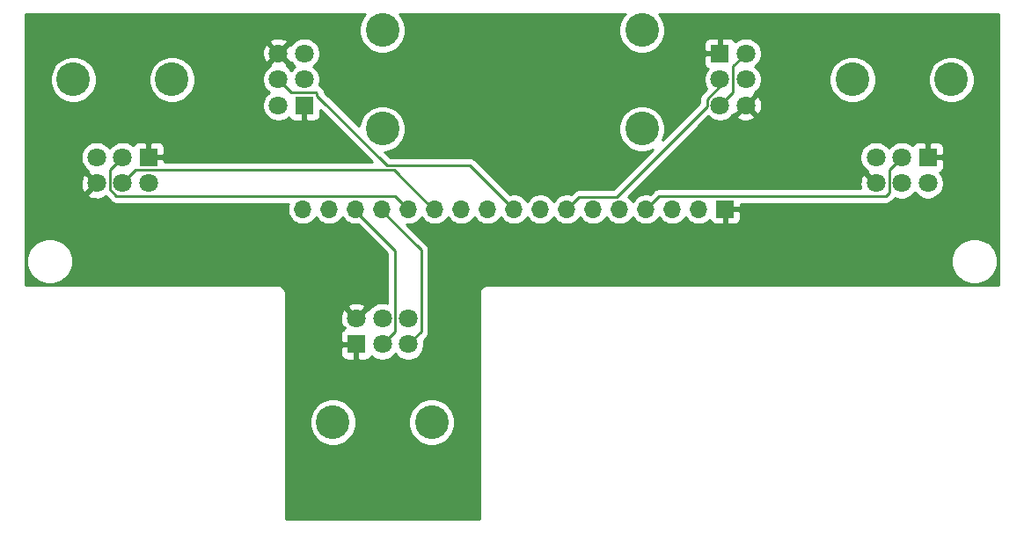
<source format=gbr>
%TF.GenerationSoftware,KiCad,Pcbnew,5.1.10-88a1d61d58~88~ubuntu20.04.1*%
%TF.CreationDate,2021-07-03T15:31:20-04:00*%
%TF.ProjectId,ao_output,616f5f6f-7574-4707-9574-2e6b69636164,rev?*%
%TF.SameCoordinates,Original*%
%TF.FileFunction,Copper,L2,Bot*%
%TF.FilePolarity,Positive*%
%FSLAX46Y46*%
G04 Gerber Fmt 4.6, Leading zero omitted, Abs format (unit mm)*
G04 Created by KiCad (PCBNEW 5.1.10-88a1d61d58~88~ubuntu20.04.1) date 2021-07-03 15:31:20*
%MOMM*%
%LPD*%
G01*
G04 APERTURE LIST*
%TA.AperFunction,ComponentPad*%
%ADD10R,1.800000X1.800000*%
%TD*%
%TA.AperFunction,ComponentPad*%
%ADD11C,1.800000*%
%TD*%
%TA.AperFunction,ComponentPad*%
%ADD12C,3.240000*%
%TD*%
%TA.AperFunction,ComponentPad*%
%ADD13O,1.700000X1.700000*%
%TD*%
%TA.AperFunction,ComponentPad*%
%ADD14R,1.700000X1.700000*%
%TD*%
%TA.AperFunction,Conductor*%
%ADD15C,0.250000*%
%TD*%
%TA.AperFunction,Conductor*%
%ADD16C,0.254000*%
%TD*%
%TA.AperFunction,Conductor*%
%ADD17C,0.100000*%
%TD*%
G04 APERTURE END LIST*
D10*
%TO.P,RV8,1*%
%TO.N,GND2*%
X-85000000Y-124500000D03*
D11*
%TO.P,RV8,2*%
%TO.N,CH4R*%
X-87500000Y-124500000D03*
%TO.P,RV8,3*%
%TO.N,CH4*%
X-90000000Y-124500000D03*
D12*
%TO.P,RV8,*%
%TO.N,*%
X-92250000Y-117000000D03*
X-82750000Y-117000000D03*
D11*
%TO.P,RV8,6*%
%TO.N,GND2*%
X-90000000Y-127000000D03*
%TO.P,RV8,5*%
%TO.N,CH4L*%
X-87500000Y-127000000D03*
%TO.P,RV8,4*%
%TO.N,CH4*%
X-85000000Y-127000000D03*
%TD*%
%TO.P,RV6,4*%
%TO.N,CH2*%
X-27500000Y-114500000D03*
%TO.P,RV6,5*%
%TO.N,CH2L*%
X-27500000Y-117000000D03*
%TO.P,RV6,6*%
%TO.N,GND2*%
X-27500000Y-119500000D03*
D12*
%TO.P,RV6,*%
%TO.N,*%
X-37500000Y-112250000D03*
X-37500000Y-121750000D03*
D11*
%TO.P,RV6,3*%
%TO.N,CH2*%
X-30000000Y-119500000D03*
%TO.P,RV6,2*%
%TO.N,CH2R*%
X-30000000Y-117000000D03*
D10*
%TO.P,RV6,1*%
%TO.N,GND2*%
X-30000000Y-114500000D03*
%TD*%
%TO.P,RV5,1*%
%TO.N,GND2*%
X-10000000Y-124500000D03*
D11*
%TO.P,RV5,2*%
%TO.N,CH1R*%
X-12500000Y-124500000D03*
%TO.P,RV5,3*%
%TO.N,CH1*%
X-15000000Y-124500000D03*
D12*
%TO.P,RV5,*%
%TO.N,*%
X-17250000Y-117000000D03*
X-7750000Y-117000000D03*
D11*
%TO.P,RV5,6*%
%TO.N,GND2*%
X-15000000Y-127000000D03*
%TO.P,RV5,5*%
%TO.N,CH1L*%
X-12500000Y-127000000D03*
%TO.P,RV5,4*%
%TO.N,CH1*%
X-10000000Y-127000000D03*
%TD*%
D10*
%TO.P,RV7,1*%
%TO.N,GND2*%
X-70000000Y-119500000D03*
D11*
%TO.P,RV7,2*%
%TO.N,CH3R*%
X-70000000Y-117000000D03*
%TO.P,RV7,3*%
%TO.N,CH3*%
X-70000000Y-114500000D03*
D12*
%TO.P,RV7,*%
%TO.N,*%
X-62500000Y-112250000D03*
X-62500000Y-121750000D03*
D11*
%TO.P,RV7,6*%
%TO.N,GND2*%
X-72500000Y-114500000D03*
%TO.P,RV7,5*%
%TO.N,CH3L*%
X-72500000Y-117000000D03*
%TO.P,RV7,4*%
%TO.N,CH3*%
X-72500000Y-119500000D03*
%TD*%
D13*
%TO.P,J12,17*%
%TO.N,PHONESRA*%
X-70140000Y-129500000D03*
%TO.P,J12,16*%
%TO.N,PHONESR*%
X-67600000Y-129500000D03*
%TO.P,J12,15*%
%TO.N,PHONESLA*%
X-65060000Y-129500000D03*
%TO.P,J12,14*%
%TO.N,PHONESL*%
X-62520000Y-129500000D03*
%TO.P,J12,13*%
%TO.N,CH4R*%
X-59980000Y-129500000D03*
%TO.P,J12,12*%
%TO.N,CH4L*%
X-57440000Y-129500000D03*
%TO.P,J12,11*%
%TO.N,CH4*%
X-54900000Y-129500000D03*
%TO.P,J12,10*%
%TO.N,CH3R*%
X-52360000Y-129500000D03*
%TO.P,J12,9*%
%TO.N,CH3L*%
X-49820000Y-129500000D03*
%TO.P,J12,8*%
%TO.N,CH3*%
X-47280000Y-129500000D03*
%TO.P,J12,7*%
%TO.N,CH2R*%
X-44740000Y-129500000D03*
%TO.P,J12,6*%
%TO.N,CH2L*%
X-42200000Y-129500000D03*
%TO.P,J12,5*%
%TO.N,CH2*%
X-39660000Y-129500000D03*
%TO.P,J12,4*%
%TO.N,CH1R*%
X-37120000Y-129500000D03*
%TO.P,J12,3*%
%TO.N,CH1L*%
X-34580000Y-129500000D03*
%TO.P,J12,2*%
%TO.N,CH1*%
X-32040000Y-129500000D03*
D14*
%TO.P,J12,1*%
%TO.N,GND2*%
X-29500000Y-129500000D03*
%TD*%
D10*
%TO.P,RV9,1*%
%TO.N,GND2*%
X-65000000Y-142500000D03*
D11*
%TO.P,RV9,2*%
%TO.N,PHONESLA*%
X-62500000Y-142500000D03*
%TO.P,RV9,3*%
%TO.N,PHONESL*%
X-60000000Y-142500000D03*
D12*
%TO.P,RV9,*%
%TO.N,*%
X-57750000Y-150000000D03*
X-67250000Y-150000000D03*
D11*
%TO.P,RV9,6*%
%TO.N,PHONESR*%
X-60000000Y-140000000D03*
%TO.P,RV9,5*%
%TO.N,PHONESRA*%
X-62500000Y-140000000D03*
%TO.P,RV9,4*%
%TO.N,GND2*%
X-65000000Y-140000000D03*
%TD*%
D15*
%TO.N,PHONESLA*%
X-65060000Y-129680000D02*
X-65060000Y-129500000D01*
X-62500000Y-142500000D02*
X-61274999Y-141274999D01*
X-61274999Y-141274999D02*
X-61274999Y-133465001D01*
X-61274999Y-133465001D02*
X-65060000Y-129680000D01*
%TO.N,PHONESL*%
X-62520000Y-129680000D02*
X-62520000Y-129500000D01*
X-60000000Y-142500000D02*
X-58774999Y-141274999D01*
X-58774999Y-133425001D02*
X-62520000Y-129680000D01*
X-58774999Y-141274999D02*
X-58774999Y-133425001D01*
%TO.N,CH4R*%
X-88725001Y-125725001D02*
X-87500000Y-124500000D01*
X-88088001Y-128225001D02*
X-88725001Y-127588001D01*
X-61254999Y-128225001D02*
X-88088001Y-128225001D01*
X-88725001Y-127588001D02*
X-88725001Y-125725001D01*
X-59980000Y-129500000D02*
X-61254999Y-128225001D01*
%TO.N,CH4L*%
X-57620000Y-129500000D02*
X-57440000Y-129500000D01*
X-61394999Y-125725001D02*
X-57620000Y-129500000D01*
X-86225001Y-125725001D02*
X-61394999Y-125725001D01*
X-87500000Y-127000000D02*
X-86225001Y-125725001D01*
%TO.N,CH3L*%
X-54045009Y-125274991D02*
X-49820000Y-129500000D01*
X-62050009Y-125274991D02*
X-54045009Y-125274991D01*
X-68774999Y-118550001D02*
X-62050009Y-125274991D01*
X-71274999Y-118225001D02*
X-72500000Y-117000000D01*
X-68889997Y-118225001D02*
X-71274999Y-118225001D01*
X-68774999Y-118339999D02*
X-68889997Y-118225001D01*
X-68774999Y-118550001D02*
X-68774999Y-118339999D01*
%TO.N,CH2R*%
X-43564999Y-128324999D02*
X-44740000Y-129500000D01*
X-31225001Y-119617001D02*
X-39932999Y-128324999D01*
X-31225001Y-118911999D02*
X-31225001Y-119617001D01*
X-39932999Y-128324999D02*
X-43564999Y-128324999D01*
X-30000000Y-117686998D02*
X-31225001Y-118911999D01*
X-30000000Y-117000000D02*
X-30000000Y-117686998D01*
%TO.N,CH2*%
X-28725001Y-118225001D02*
X-30000000Y-119500000D01*
X-28725001Y-115725001D02*
X-28725001Y-118225001D01*
X-27500000Y-114500000D02*
X-28725001Y-115725001D01*
%TO.N,CH1R*%
X-14052001Y-128225001D02*
X-13716000Y-127889000D01*
X-35845001Y-128225001D02*
X-14052001Y-128225001D01*
X-37120000Y-129500000D02*
X-35845001Y-128225001D01*
X-13725001Y-127588001D02*
X-13725001Y-125725001D01*
X-13725001Y-125725001D02*
X-12500000Y-124500000D01*
X-13716000Y-127597002D02*
X-13725001Y-127588001D01*
X-13716000Y-127889000D02*
X-13716000Y-127597002D01*
%TD*%
D16*
%TO.N,GND2*%
X-64251573Y-110812521D02*
X-64498355Y-111181857D01*
X-64668342Y-111592241D01*
X-64755000Y-112027902D01*
X-64755000Y-112472098D01*
X-64668342Y-112907759D01*
X-64498355Y-113318143D01*
X-64251573Y-113687479D01*
X-63937479Y-114001573D01*
X-63568143Y-114248355D01*
X-63157759Y-114418342D01*
X-62722098Y-114505000D01*
X-62277902Y-114505000D01*
X-61842241Y-114418342D01*
X-61431857Y-114248355D01*
X-61062521Y-114001573D01*
X-60748427Y-113687479D01*
X-60501645Y-113318143D01*
X-60331658Y-112907759D01*
X-60245000Y-112472098D01*
X-60245000Y-112027902D01*
X-60331658Y-111592241D01*
X-60501645Y-111181857D01*
X-60748427Y-110812521D01*
X-60875948Y-110685000D01*
X-39124052Y-110685000D01*
X-39251573Y-110812521D01*
X-39498355Y-111181857D01*
X-39668342Y-111592241D01*
X-39755000Y-112027902D01*
X-39755000Y-112472098D01*
X-39668342Y-112907759D01*
X-39498355Y-113318143D01*
X-39251573Y-113687479D01*
X-38937479Y-114001573D01*
X-38568143Y-114248355D01*
X-38157759Y-114418342D01*
X-37722098Y-114505000D01*
X-37277902Y-114505000D01*
X-36842241Y-114418342D01*
X-36431857Y-114248355D01*
X-36062521Y-114001573D01*
X-35748427Y-113687479D01*
X-35689976Y-113600000D01*
X-31538072Y-113600000D01*
X-31535000Y-114214250D01*
X-31376250Y-114373000D01*
X-30127000Y-114373000D01*
X-30127000Y-113123750D01*
X-30285750Y-112965000D01*
X-30900000Y-112961928D01*
X-31024482Y-112974188D01*
X-31144180Y-113010498D01*
X-31254494Y-113069463D01*
X-31351185Y-113148815D01*
X-31430537Y-113245506D01*
X-31489502Y-113355820D01*
X-31525812Y-113475518D01*
X-31538072Y-113600000D01*
X-35689976Y-113600000D01*
X-35501645Y-113318143D01*
X-35331658Y-112907759D01*
X-35245000Y-112472098D01*
X-35245000Y-112027902D01*
X-35331658Y-111592241D01*
X-35501645Y-111181857D01*
X-35748427Y-110812521D01*
X-35875948Y-110685000D01*
X-3185000Y-110685000D01*
X-3184999Y-136815000D01*
X-52466353Y-136815000D01*
X-52500000Y-136811686D01*
X-52533647Y-136815000D01*
X-52634283Y-136824912D01*
X-52763406Y-136864081D01*
X-52882407Y-136927688D01*
X-52986711Y-137013289D01*
X-53072312Y-137117593D01*
X-53135919Y-137236594D01*
X-53175088Y-137365717D01*
X-53188314Y-137500000D01*
X-53185000Y-137533646D01*
X-53184999Y-159315000D01*
X-71815000Y-159315000D01*
X-71815000Y-149777902D01*
X-69505000Y-149777902D01*
X-69505000Y-150222098D01*
X-69418342Y-150657759D01*
X-69248355Y-151068143D01*
X-69001573Y-151437479D01*
X-68687479Y-151751573D01*
X-68318143Y-151998355D01*
X-67907759Y-152168342D01*
X-67472098Y-152255000D01*
X-67027902Y-152255000D01*
X-66592241Y-152168342D01*
X-66181857Y-151998355D01*
X-65812521Y-151751573D01*
X-65498427Y-151437479D01*
X-65251645Y-151068143D01*
X-65081658Y-150657759D01*
X-64995000Y-150222098D01*
X-64995000Y-149777902D01*
X-60005000Y-149777902D01*
X-60005000Y-150222098D01*
X-59918342Y-150657759D01*
X-59748355Y-151068143D01*
X-59501573Y-151437479D01*
X-59187479Y-151751573D01*
X-58818143Y-151998355D01*
X-58407759Y-152168342D01*
X-57972098Y-152255000D01*
X-57527902Y-152255000D01*
X-57092241Y-152168342D01*
X-56681857Y-151998355D01*
X-56312521Y-151751573D01*
X-55998427Y-151437479D01*
X-55751645Y-151068143D01*
X-55581658Y-150657759D01*
X-55495000Y-150222098D01*
X-55495000Y-149777902D01*
X-55581658Y-149342241D01*
X-55751645Y-148931857D01*
X-55998427Y-148562521D01*
X-56312521Y-148248427D01*
X-56681857Y-148001645D01*
X-57092241Y-147831658D01*
X-57527902Y-147745000D01*
X-57972098Y-147745000D01*
X-58407759Y-147831658D01*
X-58818143Y-148001645D01*
X-59187479Y-148248427D01*
X-59501573Y-148562521D01*
X-59748355Y-148931857D01*
X-59918342Y-149342241D01*
X-60005000Y-149777902D01*
X-64995000Y-149777902D01*
X-65081658Y-149342241D01*
X-65251645Y-148931857D01*
X-65498427Y-148562521D01*
X-65812521Y-148248427D01*
X-66181857Y-148001645D01*
X-66592241Y-147831658D01*
X-67027902Y-147745000D01*
X-67472098Y-147745000D01*
X-67907759Y-147831658D01*
X-68318143Y-148001645D01*
X-68687479Y-148248427D01*
X-69001573Y-148562521D01*
X-69248355Y-148931857D01*
X-69418342Y-149342241D01*
X-69505000Y-149777902D01*
X-71815000Y-149777902D01*
X-71815000Y-143400000D01*
X-66538072Y-143400000D01*
X-66525812Y-143524482D01*
X-66489502Y-143644180D01*
X-66430537Y-143754494D01*
X-66351185Y-143851185D01*
X-66254494Y-143930537D01*
X-66144180Y-143989502D01*
X-66024482Y-144025812D01*
X-65900000Y-144038072D01*
X-65285750Y-144035000D01*
X-65127000Y-143876250D01*
X-65127000Y-142627000D01*
X-66376250Y-142627000D01*
X-66535000Y-142785750D01*
X-66538072Y-143400000D01*
X-71815000Y-143400000D01*
X-71815000Y-138935920D01*
X-65884475Y-138935920D01*
X-65000000Y-139820395D01*
X-64115525Y-138935920D01*
X-64199208Y-138681739D01*
X-64471775Y-138550842D01*
X-64764642Y-138475635D01*
X-65066553Y-138459009D01*
X-65365907Y-138501603D01*
X-65651199Y-138601778D01*
X-65800792Y-138681739D01*
X-65884475Y-138935920D01*
X-71815000Y-138935920D01*
X-71815000Y-137533646D01*
X-71811686Y-137500000D01*
X-71824912Y-137365717D01*
X-71864081Y-137236594D01*
X-71927688Y-137117593D01*
X-72013289Y-137013289D01*
X-72117593Y-136927688D01*
X-72236594Y-136864081D01*
X-72365717Y-136824912D01*
X-72466353Y-136815000D01*
X-72500000Y-136811686D01*
X-72533647Y-136815000D01*
X-96815000Y-136815000D01*
X-96815000Y-134279872D01*
X-96735000Y-134279872D01*
X-96735000Y-134720128D01*
X-96649110Y-135151925D01*
X-96480631Y-135558669D01*
X-96236038Y-135924729D01*
X-95924729Y-136236038D01*
X-95558669Y-136480631D01*
X-95151925Y-136649110D01*
X-94720128Y-136735000D01*
X-94279872Y-136735000D01*
X-93848075Y-136649110D01*
X-93441331Y-136480631D01*
X-93075271Y-136236038D01*
X-92763962Y-135924729D01*
X-92519369Y-135558669D01*
X-92350890Y-135151925D01*
X-92265000Y-134720128D01*
X-92265000Y-134279872D01*
X-92350890Y-133848075D01*
X-92519369Y-133441331D01*
X-92763962Y-133075271D01*
X-93075271Y-132763962D01*
X-93441331Y-132519369D01*
X-93848075Y-132350890D01*
X-94279872Y-132265000D01*
X-94720128Y-132265000D01*
X-95151925Y-132350890D01*
X-95558669Y-132519369D01*
X-95924729Y-132763962D01*
X-96236038Y-133075271D01*
X-96480631Y-133441331D01*
X-96649110Y-133848075D01*
X-96735000Y-134279872D01*
X-96815000Y-134279872D01*
X-96815000Y-127066553D01*
X-91540991Y-127066553D01*
X-91498397Y-127365907D01*
X-91398222Y-127651199D01*
X-91318261Y-127800792D01*
X-91064080Y-127884475D01*
X-90179605Y-127000000D01*
X-91064080Y-126115525D01*
X-91318261Y-126199208D01*
X-91449158Y-126471775D01*
X-91524365Y-126764642D01*
X-91540991Y-127066553D01*
X-96815000Y-127066553D01*
X-96815000Y-124348816D01*
X-91535000Y-124348816D01*
X-91535000Y-124651184D01*
X-91476011Y-124947743D01*
X-91360299Y-125227095D01*
X-91192312Y-125478505D01*
X-90978505Y-125692312D01*
X-90835690Y-125787738D01*
X-90884475Y-125935920D01*
X-90000000Y-126820395D01*
X-89985858Y-126806253D01*
X-89806253Y-126985858D01*
X-89820395Y-127000000D01*
X-89806253Y-127014143D01*
X-89985858Y-127193748D01*
X-90000000Y-127179605D01*
X-90884475Y-128064080D01*
X-90800792Y-128318261D01*
X-90528225Y-128449158D01*
X-90235358Y-128524365D01*
X-89933447Y-128540991D01*
X-89634093Y-128498397D01*
X-89348801Y-128398222D01*
X-89199208Y-128318261D01*
X-89167092Y-128220711D01*
X-88651801Y-128736003D01*
X-88628002Y-128765002D01*
X-88599004Y-128788800D01*
X-88512278Y-128859975D01*
X-88458354Y-128888798D01*
X-88380248Y-128930547D01*
X-88236987Y-128974004D01*
X-88125334Y-128985001D01*
X-88125325Y-128985001D01*
X-88088002Y-128988677D01*
X-88050679Y-128985001D01*
X-71534032Y-128985001D01*
X-71567932Y-129066842D01*
X-71625000Y-129353740D01*
X-71625000Y-129646260D01*
X-71567932Y-129933158D01*
X-71455990Y-130203411D01*
X-71293475Y-130446632D01*
X-71086632Y-130653475D01*
X-70843411Y-130815990D01*
X-70573158Y-130927932D01*
X-70286260Y-130985000D01*
X-69993740Y-130985000D01*
X-69706842Y-130927932D01*
X-69436589Y-130815990D01*
X-69193368Y-130653475D01*
X-68986525Y-130446632D01*
X-68870000Y-130272240D01*
X-68753475Y-130446632D01*
X-68546632Y-130653475D01*
X-68303411Y-130815990D01*
X-68033158Y-130927932D01*
X-67746260Y-130985000D01*
X-67453740Y-130985000D01*
X-67166842Y-130927932D01*
X-66896589Y-130815990D01*
X-66653368Y-130653475D01*
X-66446525Y-130446632D01*
X-66330000Y-130272240D01*
X-66213475Y-130446632D01*
X-66006632Y-130653475D01*
X-65763411Y-130815990D01*
X-65493158Y-130927932D01*
X-65206260Y-130985000D01*
X-64913740Y-130985000D01*
X-64843728Y-130971074D01*
X-62034998Y-133779804D01*
X-62034999Y-138531138D01*
X-62052257Y-138523989D01*
X-62348816Y-138465000D01*
X-62651184Y-138465000D01*
X-62947743Y-138523989D01*
X-63227095Y-138639701D01*
X-63478505Y-138807688D01*
X-63692312Y-139021495D01*
X-63787738Y-139164310D01*
X-63935920Y-139115525D01*
X-64820395Y-140000000D01*
X-64806253Y-140014143D01*
X-64985858Y-140193748D01*
X-65000000Y-140179605D01*
X-65014143Y-140193748D01*
X-65193748Y-140014143D01*
X-65179605Y-140000000D01*
X-66064080Y-139115525D01*
X-66318261Y-139199208D01*
X-66449158Y-139471775D01*
X-66524365Y-139764642D01*
X-66540991Y-140066553D01*
X-66498397Y-140365907D01*
X-66398222Y-140651199D01*
X-66318261Y-140800792D01*
X-66064082Y-140884474D01*
X-66180030Y-141000422D01*
X-66160976Y-141019476D01*
X-66254494Y-141069463D01*
X-66351185Y-141148815D01*
X-66430537Y-141245506D01*
X-66489502Y-141355820D01*
X-66525812Y-141475518D01*
X-66538072Y-141600000D01*
X-66535000Y-142214250D01*
X-66376250Y-142373000D01*
X-65127000Y-142373000D01*
X-65127000Y-142353000D01*
X-64873000Y-142353000D01*
X-64873000Y-142373000D01*
X-64853000Y-142373000D01*
X-64853000Y-142627000D01*
X-64873000Y-142627000D01*
X-64873000Y-143876250D01*
X-64714250Y-144035000D01*
X-64100000Y-144038072D01*
X-63975518Y-144025812D01*
X-63855820Y-143989502D01*
X-63745506Y-143930537D01*
X-63648815Y-143851185D01*
X-63569463Y-143754494D01*
X-63516120Y-143654697D01*
X-63478505Y-143692312D01*
X-63227095Y-143860299D01*
X-62947743Y-143976011D01*
X-62651184Y-144035000D01*
X-62348816Y-144035000D01*
X-62052257Y-143976011D01*
X-61772905Y-143860299D01*
X-61521495Y-143692312D01*
X-61307688Y-143478505D01*
X-61250000Y-143392169D01*
X-61192312Y-143478505D01*
X-60978505Y-143692312D01*
X-60727095Y-143860299D01*
X-60447743Y-143976011D01*
X-60151184Y-144035000D01*
X-59848816Y-144035000D01*
X-59552257Y-143976011D01*
X-59272905Y-143860299D01*
X-59021495Y-143692312D01*
X-58807688Y-143478505D01*
X-58639701Y-143227095D01*
X-58523989Y-142947743D01*
X-58465000Y-142651184D01*
X-58465000Y-142348816D01*
X-58516269Y-142091070D01*
X-58263995Y-141838797D01*
X-58234998Y-141815000D01*
X-58208667Y-141782916D01*
X-58140025Y-141699276D01*
X-58069453Y-141567246D01*
X-58061489Y-141540991D01*
X-58025996Y-141423985D01*
X-58014999Y-141312332D01*
X-58014999Y-141312323D01*
X-58011323Y-141275000D01*
X-58014999Y-141237677D01*
X-58014999Y-134279872D01*
X-7735000Y-134279872D01*
X-7735000Y-134720128D01*
X-7649110Y-135151925D01*
X-7480631Y-135558669D01*
X-7236038Y-135924729D01*
X-6924729Y-136236038D01*
X-6558669Y-136480631D01*
X-6151925Y-136649110D01*
X-5720128Y-136735000D01*
X-5279872Y-136735000D01*
X-4848075Y-136649110D01*
X-4441331Y-136480631D01*
X-4075271Y-136236038D01*
X-3763962Y-135924729D01*
X-3519369Y-135558669D01*
X-3350890Y-135151925D01*
X-3265000Y-134720128D01*
X-3265000Y-134279872D01*
X-3350890Y-133848075D01*
X-3519369Y-133441331D01*
X-3763962Y-133075271D01*
X-4075271Y-132763962D01*
X-4441331Y-132519369D01*
X-4848075Y-132350890D01*
X-5279872Y-132265000D01*
X-5720128Y-132265000D01*
X-6151925Y-132350890D01*
X-6558669Y-132519369D01*
X-6924729Y-132763962D01*
X-7236038Y-133075271D01*
X-7480631Y-133441331D01*
X-7649110Y-133848075D01*
X-7735000Y-134279872D01*
X-58014999Y-134279872D01*
X-58014999Y-133462323D01*
X-58011323Y-133425000D01*
X-58014999Y-133387677D01*
X-58014999Y-133387668D01*
X-58025996Y-133276015D01*
X-58069453Y-133132754D01*
X-58140025Y-133000725D01*
X-58234998Y-132885000D01*
X-58263996Y-132861202D01*
X-60143660Y-130981539D01*
X-60126260Y-130985000D01*
X-59833740Y-130985000D01*
X-59546842Y-130927932D01*
X-59276589Y-130815990D01*
X-59033368Y-130653475D01*
X-58826525Y-130446632D01*
X-58710000Y-130272240D01*
X-58593475Y-130446632D01*
X-58386632Y-130653475D01*
X-58143411Y-130815990D01*
X-57873158Y-130927932D01*
X-57586260Y-130985000D01*
X-57293740Y-130985000D01*
X-57006842Y-130927932D01*
X-56736589Y-130815990D01*
X-56493368Y-130653475D01*
X-56286525Y-130446632D01*
X-56170000Y-130272240D01*
X-56053475Y-130446632D01*
X-55846632Y-130653475D01*
X-55603411Y-130815990D01*
X-55333158Y-130927932D01*
X-55046260Y-130985000D01*
X-54753740Y-130985000D01*
X-54466842Y-130927932D01*
X-54196589Y-130815990D01*
X-53953368Y-130653475D01*
X-53746525Y-130446632D01*
X-53630000Y-130272240D01*
X-53513475Y-130446632D01*
X-53306632Y-130653475D01*
X-53063411Y-130815990D01*
X-52793158Y-130927932D01*
X-52506260Y-130985000D01*
X-52213740Y-130985000D01*
X-51926842Y-130927932D01*
X-51656589Y-130815990D01*
X-51413368Y-130653475D01*
X-51206525Y-130446632D01*
X-51090000Y-130272240D01*
X-50973475Y-130446632D01*
X-50766632Y-130653475D01*
X-50523411Y-130815990D01*
X-50253158Y-130927932D01*
X-49966260Y-130985000D01*
X-49673740Y-130985000D01*
X-49386842Y-130927932D01*
X-49116589Y-130815990D01*
X-48873368Y-130653475D01*
X-48666525Y-130446632D01*
X-48550000Y-130272240D01*
X-48433475Y-130446632D01*
X-48226632Y-130653475D01*
X-47983411Y-130815990D01*
X-47713158Y-130927932D01*
X-47426260Y-130985000D01*
X-47133740Y-130985000D01*
X-46846842Y-130927932D01*
X-46576589Y-130815990D01*
X-46333368Y-130653475D01*
X-46126525Y-130446632D01*
X-46010000Y-130272240D01*
X-45893475Y-130446632D01*
X-45686632Y-130653475D01*
X-45443411Y-130815990D01*
X-45173158Y-130927932D01*
X-44886260Y-130985000D01*
X-44593740Y-130985000D01*
X-44306842Y-130927932D01*
X-44036589Y-130815990D01*
X-43793368Y-130653475D01*
X-43586525Y-130446632D01*
X-43470000Y-130272240D01*
X-43353475Y-130446632D01*
X-43146632Y-130653475D01*
X-42903411Y-130815990D01*
X-42633158Y-130927932D01*
X-42346260Y-130985000D01*
X-42053740Y-130985000D01*
X-41766842Y-130927932D01*
X-41496589Y-130815990D01*
X-41253368Y-130653475D01*
X-41046525Y-130446632D01*
X-40930000Y-130272240D01*
X-40813475Y-130446632D01*
X-40606632Y-130653475D01*
X-40363411Y-130815990D01*
X-40093158Y-130927932D01*
X-39806260Y-130985000D01*
X-39513740Y-130985000D01*
X-39226842Y-130927932D01*
X-38956589Y-130815990D01*
X-38713368Y-130653475D01*
X-38506525Y-130446632D01*
X-38390000Y-130272240D01*
X-38273475Y-130446632D01*
X-38066632Y-130653475D01*
X-37823411Y-130815990D01*
X-37553158Y-130927932D01*
X-37266260Y-130985000D01*
X-36973740Y-130985000D01*
X-36686842Y-130927932D01*
X-36416589Y-130815990D01*
X-36173368Y-130653475D01*
X-35966525Y-130446632D01*
X-35850000Y-130272240D01*
X-35733475Y-130446632D01*
X-35526632Y-130653475D01*
X-35283411Y-130815990D01*
X-35013158Y-130927932D01*
X-34726260Y-130985000D01*
X-34433740Y-130985000D01*
X-34146842Y-130927932D01*
X-33876589Y-130815990D01*
X-33633368Y-130653475D01*
X-33426525Y-130446632D01*
X-33310000Y-130272240D01*
X-33193475Y-130446632D01*
X-32986632Y-130653475D01*
X-32743411Y-130815990D01*
X-32473158Y-130927932D01*
X-32186260Y-130985000D01*
X-31893740Y-130985000D01*
X-31606842Y-130927932D01*
X-31336589Y-130815990D01*
X-31093368Y-130653475D01*
X-30961513Y-130521620D01*
X-30939502Y-130594180D01*
X-30880537Y-130704494D01*
X-30801185Y-130801185D01*
X-30704494Y-130880537D01*
X-30594180Y-130939502D01*
X-30474482Y-130975812D01*
X-30350000Y-130988072D01*
X-29785750Y-130985000D01*
X-29627000Y-130826250D01*
X-29627000Y-129627000D01*
X-29373000Y-129627000D01*
X-29373000Y-130826250D01*
X-29214250Y-130985000D01*
X-28650000Y-130988072D01*
X-28525518Y-130975812D01*
X-28405820Y-130939502D01*
X-28295506Y-130880537D01*
X-28198815Y-130801185D01*
X-28119463Y-130704494D01*
X-28060498Y-130594180D01*
X-28024188Y-130474482D01*
X-28011928Y-130350000D01*
X-28015000Y-129785750D01*
X-28173750Y-129627000D01*
X-29373000Y-129627000D01*
X-29627000Y-129627000D01*
X-29647000Y-129627000D01*
X-29647000Y-129373000D01*
X-29627000Y-129373000D01*
X-29627000Y-129353000D01*
X-29373000Y-129353000D01*
X-29373000Y-129373000D01*
X-28173750Y-129373000D01*
X-28015000Y-129214250D01*
X-28013752Y-128985001D01*
X-14089323Y-128985001D01*
X-14052001Y-128988677D01*
X-14014679Y-128985001D01*
X-14014668Y-128985001D01*
X-13903015Y-128974004D01*
X-13759754Y-128930547D01*
X-13627725Y-128859975D01*
X-13512000Y-128765002D01*
X-13488197Y-128735998D01*
X-13205002Y-128452803D01*
X-13175999Y-128429001D01*
X-13146884Y-128393524D01*
X-12947743Y-128476011D01*
X-12651184Y-128535000D01*
X-12348816Y-128535000D01*
X-12052257Y-128476011D01*
X-11772905Y-128360299D01*
X-11521495Y-128192312D01*
X-11307688Y-127978505D01*
X-11250000Y-127892169D01*
X-11192312Y-127978505D01*
X-10978505Y-128192312D01*
X-10727095Y-128360299D01*
X-10447743Y-128476011D01*
X-10151184Y-128535000D01*
X-9848816Y-128535000D01*
X-9552257Y-128476011D01*
X-9272905Y-128360299D01*
X-9021495Y-128192312D01*
X-8807688Y-127978505D01*
X-8639701Y-127727095D01*
X-8523989Y-127447743D01*
X-8465000Y-127151184D01*
X-8465000Y-126848816D01*
X-8523989Y-126552257D01*
X-8639701Y-126272905D01*
X-8807688Y-126021495D01*
X-8845303Y-125983880D01*
X-8745506Y-125930537D01*
X-8648815Y-125851185D01*
X-8569463Y-125754494D01*
X-8510498Y-125644180D01*
X-8474188Y-125524482D01*
X-8461928Y-125400000D01*
X-8465000Y-124785750D01*
X-8623750Y-124627000D01*
X-9873000Y-124627000D01*
X-9873000Y-124647000D01*
X-10127000Y-124647000D01*
X-10127000Y-124627000D01*
X-10147000Y-124627000D01*
X-10147000Y-124373000D01*
X-10127000Y-124373000D01*
X-10127000Y-123123750D01*
X-9873000Y-123123750D01*
X-9873000Y-124373000D01*
X-8623750Y-124373000D01*
X-8465000Y-124214250D01*
X-8461928Y-123600000D01*
X-8474188Y-123475518D01*
X-8510498Y-123355820D01*
X-8569463Y-123245506D01*
X-8648815Y-123148815D01*
X-8745506Y-123069463D01*
X-8855820Y-123010498D01*
X-8975518Y-122974188D01*
X-9100000Y-122961928D01*
X-9714250Y-122965000D01*
X-9873000Y-123123750D01*
X-10127000Y-123123750D01*
X-10285750Y-122965000D01*
X-10900000Y-122961928D01*
X-11024482Y-122974188D01*
X-11144180Y-123010498D01*
X-11254494Y-123069463D01*
X-11351185Y-123148815D01*
X-11430537Y-123245506D01*
X-11483880Y-123345303D01*
X-11521495Y-123307688D01*
X-11772905Y-123139701D01*
X-12052257Y-123023989D01*
X-12348816Y-122965000D01*
X-12651184Y-122965000D01*
X-12947743Y-123023989D01*
X-13227095Y-123139701D01*
X-13478505Y-123307688D01*
X-13692312Y-123521495D01*
X-13750000Y-123607831D01*
X-13807688Y-123521495D01*
X-14021495Y-123307688D01*
X-14272905Y-123139701D01*
X-14552257Y-123023989D01*
X-14848816Y-122965000D01*
X-15151184Y-122965000D01*
X-15447743Y-123023989D01*
X-15727095Y-123139701D01*
X-15978505Y-123307688D01*
X-16192312Y-123521495D01*
X-16360299Y-123772905D01*
X-16476011Y-124052257D01*
X-16535000Y-124348816D01*
X-16535000Y-124651184D01*
X-16476011Y-124947743D01*
X-16360299Y-125227095D01*
X-16192312Y-125478505D01*
X-15978505Y-125692312D01*
X-15835690Y-125787738D01*
X-15884475Y-125935920D01*
X-15000000Y-126820395D01*
X-14985858Y-126806253D01*
X-14806253Y-126985858D01*
X-14820395Y-127000000D01*
X-14806253Y-127014143D01*
X-14985858Y-127193748D01*
X-15000000Y-127179605D01*
X-15014143Y-127193748D01*
X-15193748Y-127014143D01*
X-15179605Y-127000000D01*
X-16064080Y-126115525D01*
X-16318261Y-126199208D01*
X-16449158Y-126471775D01*
X-16524365Y-126764642D01*
X-16540991Y-127066553D01*
X-16498397Y-127365907D01*
X-16463602Y-127465001D01*
X-35807678Y-127465001D01*
X-35845001Y-127461325D01*
X-35882324Y-127465001D01*
X-35882334Y-127465001D01*
X-35993987Y-127475998D01*
X-36137248Y-127519455D01*
X-36269278Y-127590027D01*
X-36305133Y-127619453D01*
X-36385002Y-127685000D01*
X-36408800Y-127713998D01*
X-36753592Y-128058790D01*
X-36973740Y-128015000D01*
X-37266260Y-128015000D01*
X-37553158Y-128072068D01*
X-37823411Y-128184010D01*
X-38066632Y-128346525D01*
X-38273475Y-128553368D01*
X-38390000Y-128727760D01*
X-38506525Y-128553368D01*
X-38713368Y-128346525D01*
X-38813091Y-128279892D01*
X-31102008Y-120568809D01*
X-30978505Y-120692312D01*
X-30727095Y-120860299D01*
X-30447743Y-120976011D01*
X-30151184Y-121035000D01*
X-29848816Y-121035000D01*
X-29552257Y-120976011D01*
X-29272905Y-120860299D01*
X-29021495Y-120692312D01*
X-28893263Y-120564080D01*
X-28384475Y-120564080D01*
X-28300792Y-120818261D01*
X-28028225Y-120949158D01*
X-27735358Y-121024365D01*
X-27433447Y-121040991D01*
X-27134093Y-120998397D01*
X-26848801Y-120898222D01*
X-26699208Y-120818261D01*
X-26615525Y-120564080D01*
X-27500000Y-119679605D01*
X-28384475Y-120564080D01*
X-28893263Y-120564080D01*
X-28807688Y-120478505D01*
X-28712262Y-120335690D01*
X-28564080Y-120384475D01*
X-27679605Y-119500000D01*
X-27320395Y-119500000D01*
X-26435920Y-120384475D01*
X-26181739Y-120300792D01*
X-26050842Y-120028225D01*
X-25975635Y-119735358D01*
X-25959009Y-119433447D01*
X-26001603Y-119134093D01*
X-26101778Y-118848801D01*
X-26181739Y-118699208D01*
X-26435920Y-118615525D01*
X-27320395Y-119500000D01*
X-27679605Y-119500000D01*
X-27693748Y-119485858D01*
X-27514143Y-119306253D01*
X-27500000Y-119320395D01*
X-26615525Y-118435920D01*
X-26664310Y-118287738D01*
X-26521495Y-118192312D01*
X-26307688Y-117978505D01*
X-26139701Y-117727095D01*
X-26023989Y-117447743D01*
X-25965000Y-117151184D01*
X-25965000Y-116848816D01*
X-25979105Y-116777902D01*
X-19505000Y-116777902D01*
X-19505000Y-117222098D01*
X-19418342Y-117657759D01*
X-19248355Y-118068143D01*
X-19001573Y-118437479D01*
X-18687479Y-118751573D01*
X-18318143Y-118998355D01*
X-17907759Y-119168342D01*
X-17472098Y-119255000D01*
X-17027902Y-119255000D01*
X-16592241Y-119168342D01*
X-16181857Y-118998355D01*
X-15812521Y-118751573D01*
X-15498427Y-118437479D01*
X-15251645Y-118068143D01*
X-15081658Y-117657759D01*
X-14995000Y-117222098D01*
X-14995000Y-116777902D01*
X-10005000Y-116777902D01*
X-10005000Y-117222098D01*
X-9918342Y-117657759D01*
X-9748355Y-118068143D01*
X-9501573Y-118437479D01*
X-9187479Y-118751573D01*
X-8818143Y-118998355D01*
X-8407759Y-119168342D01*
X-7972098Y-119255000D01*
X-7527902Y-119255000D01*
X-7092241Y-119168342D01*
X-6681857Y-118998355D01*
X-6312521Y-118751573D01*
X-5998427Y-118437479D01*
X-5751645Y-118068143D01*
X-5581658Y-117657759D01*
X-5495000Y-117222098D01*
X-5495000Y-116777902D01*
X-5581658Y-116342241D01*
X-5751645Y-115931857D01*
X-5998427Y-115562521D01*
X-6312521Y-115248427D01*
X-6681857Y-115001645D01*
X-7092241Y-114831658D01*
X-7527902Y-114745000D01*
X-7972098Y-114745000D01*
X-8407759Y-114831658D01*
X-8818143Y-115001645D01*
X-9187479Y-115248427D01*
X-9501573Y-115562521D01*
X-9748355Y-115931857D01*
X-9918342Y-116342241D01*
X-10005000Y-116777902D01*
X-14995000Y-116777902D01*
X-15081658Y-116342241D01*
X-15251645Y-115931857D01*
X-15498427Y-115562521D01*
X-15812521Y-115248427D01*
X-16181857Y-115001645D01*
X-16592241Y-114831658D01*
X-17027902Y-114745000D01*
X-17472098Y-114745000D01*
X-17907759Y-114831658D01*
X-18318143Y-115001645D01*
X-18687479Y-115248427D01*
X-19001573Y-115562521D01*
X-19248355Y-115931857D01*
X-19418342Y-116342241D01*
X-19505000Y-116777902D01*
X-25979105Y-116777902D01*
X-26023989Y-116552257D01*
X-26139701Y-116272905D01*
X-26307688Y-116021495D01*
X-26521495Y-115807688D01*
X-26607831Y-115750000D01*
X-26521495Y-115692312D01*
X-26307688Y-115478505D01*
X-26139701Y-115227095D01*
X-26023989Y-114947743D01*
X-25965000Y-114651184D01*
X-25965000Y-114348816D01*
X-26023989Y-114052257D01*
X-26139701Y-113772905D01*
X-26307688Y-113521495D01*
X-26521495Y-113307688D01*
X-26772905Y-113139701D01*
X-27052257Y-113023989D01*
X-27348816Y-112965000D01*
X-27651184Y-112965000D01*
X-27947743Y-113023989D01*
X-28227095Y-113139701D01*
X-28478505Y-113307688D01*
X-28516120Y-113345303D01*
X-28569463Y-113245506D01*
X-28648815Y-113148815D01*
X-28745506Y-113069463D01*
X-28855820Y-113010498D01*
X-28975518Y-112974188D01*
X-29100000Y-112961928D01*
X-29714250Y-112965000D01*
X-29873000Y-113123750D01*
X-29873000Y-114373000D01*
X-29853000Y-114373000D01*
X-29853000Y-114627000D01*
X-29873000Y-114627000D01*
X-29873000Y-114647000D01*
X-30127000Y-114647000D01*
X-30127000Y-114627000D01*
X-31376250Y-114627000D01*
X-31535000Y-114785750D01*
X-31538072Y-115400000D01*
X-31525812Y-115524482D01*
X-31489502Y-115644180D01*
X-31430537Y-115754494D01*
X-31351185Y-115851185D01*
X-31254494Y-115930537D01*
X-31154697Y-115983880D01*
X-31192312Y-116021495D01*
X-31360299Y-116272905D01*
X-31476011Y-116552257D01*
X-31535000Y-116848816D01*
X-31535000Y-117151184D01*
X-31476011Y-117447743D01*
X-31360299Y-117727095D01*
X-31262005Y-117874202D01*
X-31735998Y-118348195D01*
X-31765002Y-118371998D01*
X-31788816Y-118401016D01*
X-31859975Y-118487723D01*
X-31919989Y-118600000D01*
X-31930547Y-118619753D01*
X-31974004Y-118763014D01*
X-31985001Y-118874667D01*
X-31985001Y-118874677D01*
X-31988677Y-118911999D01*
X-31985001Y-118949321D01*
X-31985001Y-119302199D01*
X-35503055Y-122820254D01*
X-35501645Y-122818143D01*
X-35331658Y-122407759D01*
X-35245000Y-121972098D01*
X-35245000Y-121527902D01*
X-35331658Y-121092241D01*
X-35501645Y-120681857D01*
X-35748427Y-120312521D01*
X-36062521Y-119998427D01*
X-36431857Y-119751645D01*
X-36842241Y-119581658D01*
X-37277902Y-119495000D01*
X-37722098Y-119495000D01*
X-38157759Y-119581658D01*
X-38568143Y-119751645D01*
X-38937479Y-119998427D01*
X-39251573Y-120312521D01*
X-39498355Y-120681857D01*
X-39668342Y-121092241D01*
X-39755000Y-121527902D01*
X-39755000Y-121972098D01*
X-39668342Y-122407759D01*
X-39498355Y-122818143D01*
X-39251573Y-123187479D01*
X-38937479Y-123501573D01*
X-38568143Y-123748355D01*
X-38157759Y-123918342D01*
X-37722098Y-124005000D01*
X-37277902Y-124005000D01*
X-36842241Y-123918342D01*
X-36431857Y-123748355D01*
X-36429746Y-123746944D01*
X-40247800Y-127564999D01*
X-43527677Y-127564999D01*
X-43565000Y-127561323D01*
X-43602323Y-127564999D01*
X-43602332Y-127564999D01*
X-43713985Y-127575996D01*
X-43857246Y-127619453D01*
X-43989275Y-127690025D01*
X-44105000Y-127784998D01*
X-44128798Y-127813996D01*
X-44373592Y-128058790D01*
X-44593740Y-128015000D01*
X-44886260Y-128015000D01*
X-45173158Y-128072068D01*
X-45443411Y-128184010D01*
X-45686632Y-128346525D01*
X-45893475Y-128553368D01*
X-46010000Y-128727760D01*
X-46126525Y-128553368D01*
X-46333368Y-128346525D01*
X-46576589Y-128184010D01*
X-46846842Y-128072068D01*
X-47133740Y-128015000D01*
X-47426260Y-128015000D01*
X-47713158Y-128072068D01*
X-47983411Y-128184010D01*
X-48226632Y-128346525D01*
X-48433475Y-128553368D01*
X-48550000Y-128727760D01*
X-48666525Y-128553368D01*
X-48873368Y-128346525D01*
X-49116589Y-128184010D01*
X-49386842Y-128072068D01*
X-49673740Y-128015000D01*
X-49966260Y-128015000D01*
X-50186408Y-128058790D01*
X-53481205Y-124763994D01*
X-53505008Y-124734990D01*
X-53620733Y-124640017D01*
X-53752762Y-124569445D01*
X-53896023Y-124525988D01*
X-54007676Y-124514991D01*
X-54007687Y-124514991D01*
X-54045009Y-124511315D01*
X-54082331Y-124514991D01*
X-61735207Y-124514991D01*
X-62250624Y-123999574D01*
X-61842241Y-123918342D01*
X-61431857Y-123748355D01*
X-61062521Y-123501573D01*
X-60748427Y-123187479D01*
X-60501645Y-122818143D01*
X-60331658Y-122407759D01*
X-60245000Y-121972098D01*
X-60245000Y-121527902D01*
X-60331658Y-121092241D01*
X-60501645Y-120681857D01*
X-60748427Y-120312521D01*
X-61062521Y-119998427D01*
X-61431857Y-119751645D01*
X-61842241Y-119581658D01*
X-62277902Y-119495000D01*
X-62722098Y-119495000D01*
X-63157759Y-119581658D01*
X-63568143Y-119751645D01*
X-63937479Y-119998427D01*
X-64251573Y-120312521D01*
X-64498355Y-120681857D01*
X-64668342Y-121092241D01*
X-64749574Y-121500624D01*
X-68022370Y-118227829D01*
X-68025996Y-118191014D01*
X-68069453Y-118047753D01*
X-68140025Y-117915723D01*
X-68234998Y-117799998D01*
X-68264002Y-117776195D01*
X-68326193Y-117714004D01*
X-68349996Y-117685000D01*
X-68465721Y-117590027D01*
X-68561679Y-117538735D01*
X-68523989Y-117447743D01*
X-68465000Y-117151184D01*
X-68465000Y-116848816D01*
X-68523989Y-116552257D01*
X-68639701Y-116272905D01*
X-68807688Y-116021495D01*
X-69021495Y-115807688D01*
X-69107831Y-115750000D01*
X-69021495Y-115692312D01*
X-68807688Y-115478505D01*
X-68639701Y-115227095D01*
X-68523989Y-114947743D01*
X-68465000Y-114651184D01*
X-68465000Y-114348816D01*
X-68523989Y-114052257D01*
X-68639701Y-113772905D01*
X-68807688Y-113521495D01*
X-69021495Y-113307688D01*
X-69272905Y-113139701D01*
X-69552257Y-113023989D01*
X-69848816Y-112965000D01*
X-70151184Y-112965000D01*
X-70447743Y-113023989D01*
X-70727095Y-113139701D01*
X-70978505Y-113307688D01*
X-71192312Y-113521495D01*
X-71287738Y-113664310D01*
X-71435920Y-113615525D01*
X-72320395Y-114500000D01*
X-71435920Y-115384475D01*
X-71287738Y-115335690D01*
X-71192312Y-115478505D01*
X-70978505Y-115692312D01*
X-70892169Y-115750000D01*
X-70978505Y-115807688D01*
X-71192312Y-116021495D01*
X-71250000Y-116107831D01*
X-71307688Y-116021495D01*
X-71521495Y-115807688D01*
X-71664310Y-115712262D01*
X-71615525Y-115564080D01*
X-72500000Y-114679605D01*
X-73384475Y-115564080D01*
X-73335690Y-115712262D01*
X-73478505Y-115807688D01*
X-73692312Y-116021495D01*
X-73860299Y-116272905D01*
X-73976011Y-116552257D01*
X-74035000Y-116848816D01*
X-74035000Y-117151184D01*
X-73976011Y-117447743D01*
X-73860299Y-117727095D01*
X-73692312Y-117978505D01*
X-73478505Y-118192312D01*
X-73392169Y-118250000D01*
X-73478505Y-118307688D01*
X-73692312Y-118521495D01*
X-73860299Y-118772905D01*
X-73976011Y-119052257D01*
X-74035000Y-119348816D01*
X-74035000Y-119651184D01*
X-73976011Y-119947743D01*
X-73860299Y-120227095D01*
X-73692312Y-120478505D01*
X-73478505Y-120692312D01*
X-73227095Y-120860299D01*
X-72947743Y-120976011D01*
X-72651184Y-121035000D01*
X-72348816Y-121035000D01*
X-72052257Y-120976011D01*
X-71772905Y-120860299D01*
X-71521495Y-120692312D01*
X-71483880Y-120654697D01*
X-71430537Y-120754494D01*
X-71351185Y-120851185D01*
X-71254494Y-120930537D01*
X-71144180Y-120989502D01*
X-71024482Y-121025812D01*
X-70900000Y-121038072D01*
X-70285750Y-121035000D01*
X-70127000Y-120876250D01*
X-70127000Y-119627000D01*
X-70147000Y-119627000D01*
X-70147000Y-119373000D01*
X-70127000Y-119373000D01*
X-70127000Y-119353000D01*
X-69873000Y-119353000D01*
X-69873000Y-119373000D01*
X-69853000Y-119373000D01*
X-69853000Y-119627000D01*
X-69873000Y-119627000D01*
X-69873000Y-120876250D01*
X-69714250Y-121035000D01*
X-69100000Y-121038072D01*
X-68975518Y-121025812D01*
X-68855820Y-120989502D01*
X-68745506Y-120930537D01*
X-68648815Y-120851185D01*
X-68569463Y-120754494D01*
X-68510498Y-120644180D01*
X-68474188Y-120524482D01*
X-68461928Y-120400000D01*
X-68464251Y-119935550D01*
X-63434801Y-124965001D01*
X-83464104Y-124965001D01*
X-83465000Y-124785750D01*
X-83623750Y-124627000D01*
X-84873000Y-124627000D01*
X-84873000Y-124647000D01*
X-85127000Y-124647000D01*
X-85127000Y-124627000D01*
X-85147000Y-124627000D01*
X-85147000Y-124373000D01*
X-85127000Y-124373000D01*
X-85127000Y-123123750D01*
X-84873000Y-123123750D01*
X-84873000Y-124373000D01*
X-83623750Y-124373000D01*
X-83465000Y-124214250D01*
X-83461928Y-123600000D01*
X-83474188Y-123475518D01*
X-83510498Y-123355820D01*
X-83569463Y-123245506D01*
X-83648815Y-123148815D01*
X-83745506Y-123069463D01*
X-83855820Y-123010498D01*
X-83975518Y-122974188D01*
X-84100000Y-122961928D01*
X-84714250Y-122965000D01*
X-84873000Y-123123750D01*
X-85127000Y-123123750D01*
X-85285750Y-122965000D01*
X-85900000Y-122961928D01*
X-86024482Y-122974188D01*
X-86144180Y-123010498D01*
X-86254494Y-123069463D01*
X-86351185Y-123148815D01*
X-86430537Y-123245506D01*
X-86483880Y-123345303D01*
X-86521495Y-123307688D01*
X-86772905Y-123139701D01*
X-87052257Y-123023989D01*
X-87348816Y-122965000D01*
X-87651184Y-122965000D01*
X-87947743Y-123023989D01*
X-88227095Y-123139701D01*
X-88478505Y-123307688D01*
X-88692312Y-123521495D01*
X-88750000Y-123607831D01*
X-88807688Y-123521495D01*
X-89021495Y-123307688D01*
X-89272905Y-123139701D01*
X-89552257Y-123023989D01*
X-89848816Y-122965000D01*
X-90151184Y-122965000D01*
X-90447743Y-123023989D01*
X-90727095Y-123139701D01*
X-90978505Y-123307688D01*
X-91192312Y-123521495D01*
X-91360299Y-123772905D01*
X-91476011Y-124052257D01*
X-91535000Y-124348816D01*
X-96815000Y-124348816D01*
X-96815000Y-116777902D01*
X-94505000Y-116777902D01*
X-94505000Y-117222098D01*
X-94418342Y-117657759D01*
X-94248355Y-118068143D01*
X-94001573Y-118437479D01*
X-93687479Y-118751573D01*
X-93318143Y-118998355D01*
X-92907759Y-119168342D01*
X-92472098Y-119255000D01*
X-92027902Y-119255000D01*
X-91592241Y-119168342D01*
X-91181857Y-118998355D01*
X-90812521Y-118751573D01*
X-90498427Y-118437479D01*
X-90251645Y-118068143D01*
X-90081658Y-117657759D01*
X-89995000Y-117222098D01*
X-89995000Y-116777902D01*
X-85005000Y-116777902D01*
X-85005000Y-117222098D01*
X-84918342Y-117657759D01*
X-84748355Y-118068143D01*
X-84501573Y-118437479D01*
X-84187479Y-118751573D01*
X-83818143Y-118998355D01*
X-83407759Y-119168342D01*
X-82972098Y-119255000D01*
X-82527902Y-119255000D01*
X-82092241Y-119168342D01*
X-81681857Y-118998355D01*
X-81312521Y-118751573D01*
X-80998427Y-118437479D01*
X-80751645Y-118068143D01*
X-80581658Y-117657759D01*
X-80495000Y-117222098D01*
X-80495000Y-116777902D01*
X-80581658Y-116342241D01*
X-80751645Y-115931857D01*
X-80998427Y-115562521D01*
X-81312521Y-115248427D01*
X-81681857Y-115001645D01*
X-82092241Y-114831658D01*
X-82527902Y-114745000D01*
X-82972098Y-114745000D01*
X-83407759Y-114831658D01*
X-83818143Y-115001645D01*
X-84187479Y-115248427D01*
X-84501573Y-115562521D01*
X-84748355Y-115931857D01*
X-84918342Y-116342241D01*
X-85005000Y-116777902D01*
X-89995000Y-116777902D01*
X-90081658Y-116342241D01*
X-90251645Y-115931857D01*
X-90498427Y-115562521D01*
X-90812521Y-115248427D01*
X-91181857Y-115001645D01*
X-91592241Y-114831658D01*
X-92027902Y-114745000D01*
X-92472098Y-114745000D01*
X-92907759Y-114831658D01*
X-93318143Y-115001645D01*
X-93687479Y-115248427D01*
X-94001573Y-115562521D01*
X-94248355Y-115931857D01*
X-94418342Y-116342241D01*
X-94505000Y-116777902D01*
X-96815000Y-116777902D01*
X-96815000Y-114566553D01*
X-74040991Y-114566553D01*
X-73998397Y-114865907D01*
X-73898222Y-115151199D01*
X-73818261Y-115300792D01*
X-73564080Y-115384475D01*
X-72679605Y-114500000D01*
X-73564080Y-113615525D01*
X-73818261Y-113699208D01*
X-73949158Y-113971775D01*
X-74024365Y-114264642D01*
X-74040991Y-114566553D01*
X-96815000Y-114566553D01*
X-96815000Y-113435920D01*
X-73384475Y-113435920D01*
X-72500000Y-114320395D01*
X-71615525Y-113435920D01*
X-71699208Y-113181739D01*
X-71971775Y-113050842D01*
X-72264642Y-112975635D01*
X-72566553Y-112959009D01*
X-72865907Y-113001603D01*
X-73151199Y-113101778D01*
X-73300792Y-113181739D01*
X-73384475Y-113435920D01*
X-96815000Y-113435920D01*
X-96815000Y-110685000D01*
X-64124052Y-110685000D01*
X-64251573Y-110812521D01*
%TA.AperFunction,Conductor*%
D17*
G36*
X-64251573Y-110812521D02*
G01*
X-64498355Y-111181857D01*
X-64668342Y-111592241D01*
X-64755000Y-112027902D01*
X-64755000Y-112472098D01*
X-64668342Y-112907759D01*
X-64498355Y-113318143D01*
X-64251573Y-113687479D01*
X-63937479Y-114001573D01*
X-63568143Y-114248355D01*
X-63157759Y-114418342D01*
X-62722098Y-114505000D01*
X-62277902Y-114505000D01*
X-61842241Y-114418342D01*
X-61431857Y-114248355D01*
X-61062521Y-114001573D01*
X-60748427Y-113687479D01*
X-60501645Y-113318143D01*
X-60331658Y-112907759D01*
X-60245000Y-112472098D01*
X-60245000Y-112027902D01*
X-60331658Y-111592241D01*
X-60501645Y-111181857D01*
X-60748427Y-110812521D01*
X-60875948Y-110685000D01*
X-39124052Y-110685000D01*
X-39251573Y-110812521D01*
X-39498355Y-111181857D01*
X-39668342Y-111592241D01*
X-39755000Y-112027902D01*
X-39755000Y-112472098D01*
X-39668342Y-112907759D01*
X-39498355Y-113318143D01*
X-39251573Y-113687479D01*
X-38937479Y-114001573D01*
X-38568143Y-114248355D01*
X-38157759Y-114418342D01*
X-37722098Y-114505000D01*
X-37277902Y-114505000D01*
X-36842241Y-114418342D01*
X-36431857Y-114248355D01*
X-36062521Y-114001573D01*
X-35748427Y-113687479D01*
X-35689976Y-113600000D01*
X-31538072Y-113600000D01*
X-31535000Y-114214250D01*
X-31376250Y-114373000D01*
X-30127000Y-114373000D01*
X-30127000Y-113123750D01*
X-30285750Y-112965000D01*
X-30900000Y-112961928D01*
X-31024482Y-112974188D01*
X-31144180Y-113010498D01*
X-31254494Y-113069463D01*
X-31351185Y-113148815D01*
X-31430537Y-113245506D01*
X-31489502Y-113355820D01*
X-31525812Y-113475518D01*
X-31538072Y-113600000D01*
X-35689976Y-113600000D01*
X-35501645Y-113318143D01*
X-35331658Y-112907759D01*
X-35245000Y-112472098D01*
X-35245000Y-112027902D01*
X-35331658Y-111592241D01*
X-35501645Y-111181857D01*
X-35748427Y-110812521D01*
X-35875948Y-110685000D01*
X-3185000Y-110685000D01*
X-3184999Y-136815000D01*
X-52466353Y-136815000D01*
X-52500000Y-136811686D01*
X-52533647Y-136815000D01*
X-52634283Y-136824912D01*
X-52763406Y-136864081D01*
X-52882407Y-136927688D01*
X-52986711Y-137013289D01*
X-53072312Y-137117593D01*
X-53135919Y-137236594D01*
X-53175088Y-137365717D01*
X-53188314Y-137500000D01*
X-53185000Y-137533646D01*
X-53184999Y-159315000D01*
X-71815000Y-159315000D01*
X-71815000Y-149777902D01*
X-69505000Y-149777902D01*
X-69505000Y-150222098D01*
X-69418342Y-150657759D01*
X-69248355Y-151068143D01*
X-69001573Y-151437479D01*
X-68687479Y-151751573D01*
X-68318143Y-151998355D01*
X-67907759Y-152168342D01*
X-67472098Y-152255000D01*
X-67027902Y-152255000D01*
X-66592241Y-152168342D01*
X-66181857Y-151998355D01*
X-65812521Y-151751573D01*
X-65498427Y-151437479D01*
X-65251645Y-151068143D01*
X-65081658Y-150657759D01*
X-64995000Y-150222098D01*
X-64995000Y-149777902D01*
X-60005000Y-149777902D01*
X-60005000Y-150222098D01*
X-59918342Y-150657759D01*
X-59748355Y-151068143D01*
X-59501573Y-151437479D01*
X-59187479Y-151751573D01*
X-58818143Y-151998355D01*
X-58407759Y-152168342D01*
X-57972098Y-152255000D01*
X-57527902Y-152255000D01*
X-57092241Y-152168342D01*
X-56681857Y-151998355D01*
X-56312521Y-151751573D01*
X-55998427Y-151437479D01*
X-55751645Y-151068143D01*
X-55581658Y-150657759D01*
X-55495000Y-150222098D01*
X-55495000Y-149777902D01*
X-55581658Y-149342241D01*
X-55751645Y-148931857D01*
X-55998427Y-148562521D01*
X-56312521Y-148248427D01*
X-56681857Y-148001645D01*
X-57092241Y-147831658D01*
X-57527902Y-147745000D01*
X-57972098Y-147745000D01*
X-58407759Y-147831658D01*
X-58818143Y-148001645D01*
X-59187479Y-148248427D01*
X-59501573Y-148562521D01*
X-59748355Y-148931857D01*
X-59918342Y-149342241D01*
X-60005000Y-149777902D01*
X-64995000Y-149777902D01*
X-65081658Y-149342241D01*
X-65251645Y-148931857D01*
X-65498427Y-148562521D01*
X-65812521Y-148248427D01*
X-66181857Y-148001645D01*
X-66592241Y-147831658D01*
X-67027902Y-147745000D01*
X-67472098Y-147745000D01*
X-67907759Y-147831658D01*
X-68318143Y-148001645D01*
X-68687479Y-148248427D01*
X-69001573Y-148562521D01*
X-69248355Y-148931857D01*
X-69418342Y-149342241D01*
X-69505000Y-149777902D01*
X-71815000Y-149777902D01*
X-71815000Y-143400000D01*
X-66538072Y-143400000D01*
X-66525812Y-143524482D01*
X-66489502Y-143644180D01*
X-66430537Y-143754494D01*
X-66351185Y-143851185D01*
X-66254494Y-143930537D01*
X-66144180Y-143989502D01*
X-66024482Y-144025812D01*
X-65900000Y-144038072D01*
X-65285750Y-144035000D01*
X-65127000Y-143876250D01*
X-65127000Y-142627000D01*
X-66376250Y-142627000D01*
X-66535000Y-142785750D01*
X-66538072Y-143400000D01*
X-71815000Y-143400000D01*
X-71815000Y-138935920D01*
X-65884475Y-138935920D01*
X-65000000Y-139820395D01*
X-64115525Y-138935920D01*
X-64199208Y-138681739D01*
X-64471775Y-138550842D01*
X-64764642Y-138475635D01*
X-65066553Y-138459009D01*
X-65365907Y-138501603D01*
X-65651199Y-138601778D01*
X-65800792Y-138681739D01*
X-65884475Y-138935920D01*
X-71815000Y-138935920D01*
X-71815000Y-137533646D01*
X-71811686Y-137500000D01*
X-71824912Y-137365717D01*
X-71864081Y-137236594D01*
X-71927688Y-137117593D01*
X-72013289Y-137013289D01*
X-72117593Y-136927688D01*
X-72236594Y-136864081D01*
X-72365717Y-136824912D01*
X-72466353Y-136815000D01*
X-72500000Y-136811686D01*
X-72533647Y-136815000D01*
X-96815000Y-136815000D01*
X-96815000Y-134279872D01*
X-96735000Y-134279872D01*
X-96735000Y-134720128D01*
X-96649110Y-135151925D01*
X-96480631Y-135558669D01*
X-96236038Y-135924729D01*
X-95924729Y-136236038D01*
X-95558669Y-136480631D01*
X-95151925Y-136649110D01*
X-94720128Y-136735000D01*
X-94279872Y-136735000D01*
X-93848075Y-136649110D01*
X-93441331Y-136480631D01*
X-93075271Y-136236038D01*
X-92763962Y-135924729D01*
X-92519369Y-135558669D01*
X-92350890Y-135151925D01*
X-92265000Y-134720128D01*
X-92265000Y-134279872D01*
X-92350890Y-133848075D01*
X-92519369Y-133441331D01*
X-92763962Y-133075271D01*
X-93075271Y-132763962D01*
X-93441331Y-132519369D01*
X-93848075Y-132350890D01*
X-94279872Y-132265000D01*
X-94720128Y-132265000D01*
X-95151925Y-132350890D01*
X-95558669Y-132519369D01*
X-95924729Y-132763962D01*
X-96236038Y-133075271D01*
X-96480631Y-133441331D01*
X-96649110Y-133848075D01*
X-96735000Y-134279872D01*
X-96815000Y-134279872D01*
X-96815000Y-127066553D01*
X-91540991Y-127066553D01*
X-91498397Y-127365907D01*
X-91398222Y-127651199D01*
X-91318261Y-127800792D01*
X-91064080Y-127884475D01*
X-90179605Y-127000000D01*
X-91064080Y-126115525D01*
X-91318261Y-126199208D01*
X-91449158Y-126471775D01*
X-91524365Y-126764642D01*
X-91540991Y-127066553D01*
X-96815000Y-127066553D01*
X-96815000Y-124348816D01*
X-91535000Y-124348816D01*
X-91535000Y-124651184D01*
X-91476011Y-124947743D01*
X-91360299Y-125227095D01*
X-91192312Y-125478505D01*
X-90978505Y-125692312D01*
X-90835690Y-125787738D01*
X-90884475Y-125935920D01*
X-90000000Y-126820395D01*
X-89985858Y-126806253D01*
X-89806253Y-126985858D01*
X-89820395Y-127000000D01*
X-89806253Y-127014143D01*
X-89985858Y-127193748D01*
X-90000000Y-127179605D01*
X-90884475Y-128064080D01*
X-90800792Y-128318261D01*
X-90528225Y-128449158D01*
X-90235358Y-128524365D01*
X-89933447Y-128540991D01*
X-89634093Y-128498397D01*
X-89348801Y-128398222D01*
X-89199208Y-128318261D01*
X-89167092Y-128220711D01*
X-88651801Y-128736003D01*
X-88628002Y-128765002D01*
X-88599004Y-128788800D01*
X-88512278Y-128859975D01*
X-88458354Y-128888798D01*
X-88380248Y-128930547D01*
X-88236987Y-128974004D01*
X-88125334Y-128985001D01*
X-88125325Y-128985001D01*
X-88088002Y-128988677D01*
X-88050679Y-128985001D01*
X-71534032Y-128985001D01*
X-71567932Y-129066842D01*
X-71625000Y-129353740D01*
X-71625000Y-129646260D01*
X-71567932Y-129933158D01*
X-71455990Y-130203411D01*
X-71293475Y-130446632D01*
X-71086632Y-130653475D01*
X-70843411Y-130815990D01*
X-70573158Y-130927932D01*
X-70286260Y-130985000D01*
X-69993740Y-130985000D01*
X-69706842Y-130927932D01*
X-69436589Y-130815990D01*
X-69193368Y-130653475D01*
X-68986525Y-130446632D01*
X-68870000Y-130272240D01*
X-68753475Y-130446632D01*
X-68546632Y-130653475D01*
X-68303411Y-130815990D01*
X-68033158Y-130927932D01*
X-67746260Y-130985000D01*
X-67453740Y-130985000D01*
X-67166842Y-130927932D01*
X-66896589Y-130815990D01*
X-66653368Y-130653475D01*
X-66446525Y-130446632D01*
X-66330000Y-130272240D01*
X-66213475Y-130446632D01*
X-66006632Y-130653475D01*
X-65763411Y-130815990D01*
X-65493158Y-130927932D01*
X-65206260Y-130985000D01*
X-64913740Y-130985000D01*
X-64843728Y-130971074D01*
X-62034998Y-133779804D01*
X-62034999Y-138531138D01*
X-62052257Y-138523989D01*
X-62348816Y-138465000D01*
X-62651184Y-138465000D01*
X-62947743Y-138523989D01*
X-63227095Y-138639701D01*
X-63478505Y-138807688D01*
X-63692312Y-139021495D01*
X-63787738Y-139164310D01*
X-63935920Y-139115525D01*
X-64820395Y-140000000D01*
X-64806253Y-140014143D01*
X-64985858Y-140193748D01*
X-65000000Y-140179605D01*
X-65014143Y-140193748D01*
X-65193748Y-140014143D01*
X-65179605Y-140000000D01*
X-66064080Y-139115525D01*
X-66318261Y-139199208D01*
X-66449158Y-139471775D01*
X-66524365Y-139764642D01*
X-66540991Y-140066553D01*
X-66498397Y-140365907D01*
X-66398222Y-140651199D01*
X-66318261Y-140800792D01*
X-66064082Y-140884474D01*
X-66180030Y-141000422D01*
X-66160976Y-141019476D01*
X-66254494Y-141069463D01*
X-66351185Y-141148815D01*
X-66430537Y-141245506D01*
X-66489502Y-141355820D01*
X-66525812Y-141475518D01*
X-66538072Y-141600000D01*
X-66535000Y-142214250D01*
X-66376250Y-142373000D01*
X-65127000Y-142373000D01*
X-65127000Y-142353000D01*
X-64873000Y-142353000D01*
X-64873000Y-142373000D01*
X-64853000Y-142373000D01*
X-64853000Y-142627000D01*
X-64873000Y-142627000D01*
X-64873000Y-143876250D01*
X-64714250Y-144035000D01*
X-64100000Y-144038072D01*
X-63975518Y-144025812D01*
X-63855820Y-143989502D01*
X-63745506Y-143930537D01*
X-63648815Y-143851185D01*
X-63569463Y-143754494D01*
X-63516120Y-143654697D01*
X-63478505Y-143692312D01*
X-63227095Y-143860299D01*
X-62947743Y-143976011D01*
X-62651184Y-144035000D01*
X-62348816Y-144035000D01*
X-62052257Y-143976011D01*
X-61772905Y-143860299D01*
X-61521495Y-143692312D01*
X-61307688Y-143478505D01*
X-61250000Y-143392169D01*
X-61192312Y-143478505D01*
X-60978505Y-143692312D01*
X-60727095Y-143860299D01*
X-60447743Y-143976011D01*
X-60151184Y-144035000D01*
X-59848816Y-144035000D01*
X-59552257Y-143976011D01*
X-59272905Y-143860299D01*
X-59021495Y-143692312D01*
X-58807688Y-143478505D01*
X-58639701Y-143227095D01*
X-58523989Y-142947743D01*
X-58465000Y-142651184D01*
X-58465000Y-142348816D01*
X-58516269Y-142091070D01*
X-58263995Y-141838797D01*
X-58234998Y-141815000D01*
X-58208667Y-141782916D01*
X-58140025Y-141699276D01*
X-58069453Y-141567246D01*
X-58061489Y-141540991D01*
X-58025996Y-141423985D01*
X-58014999Y-141312332D01*
X-58014999Y-141312323D01*
X-58011323Y-141275000D01*
X-58014999Y-141237677D01*
X-58014999Y-134279872D01*
X-7735000Y-134279872D01*
X-7735000Y-134720128D01*
X-7649110Y-135151925D01*
X-7480631Y-135558669D01*
X-7236038Y-135924729D01*
X-6924729Y-136236038D01*
X-6558669Y-136480631D01*
X-6151925Y-136649110D01*
X-5720128Y-136735000D01*
X-5279872Y-136735000D01*
X-4848075Y-136649110D01*
X-4441331Y-136480631D01*
X-4075271Y-136236038D01*
X-3763962Y-135924729D01*
X-3519369Y-135558669D01*
X-3350890Y-135151925D01*
X-3265000Y-134720128D01*
X-3265000Y-134279872D01*
X-3350890Y-133848075D01*
X-3519369Y-133441331D01*
X-3763962Y-133075271D01*
X-4075271Y-132763962D01*
X-4441331Y-132519369D01*
X-4848075Y-132350890D01*
X-5279872Y-132265000D01*
X-5720128Y-132265000D01*
X-6151925Y-132350890D01*
X-6558669Y-132519369D01*
X-6924729Y-132763962D01*
X-7236038Y-133075271D01*
X-7480631Y-133441331D01*
X-7649110Y-133848075D01*
X-7735000Y-134279872D01*
X-58014999Y-134279872D01*
X-58014999Y-133462323D01*
X-58011323Y-133425000D01*
X-58014999Y-133387677D01*
X-58014999Y-133387668D01*
X-58025996Y-133276015D01*
X-58069453Y-133132754D01*
X-58140025Y-133000725D01*
X-58234998Y-132885000D01*
X-58263996Y-132861202D01*
X-60143660Y-130981539D01*
X-60126260Y-130985000D01*
X-59833740Y-130985000D01*
X-59546842Y-130927932D01*
X-59276589Y-130815990D01*
X-59033368Y-130653475D01*
X-58826525Y-130446632D01*
X-58710000Y-130272240D01*
X-58593475Y-130446632D01*
X-58386632Y-130653475D01*
X-58143411Y-130815990D01*
X-57873158Y-130927932D01*
X-57586260Y-130985000D01*
X-57293740Y-130985000D01*
X-57006842Y-130927932D01*
X-56736589Y-130815990D01*
X-56493368Y-130653475D01*
X-56286525Y-130446632D01*
X-56170000Y-130272240D01*
X-56053475Y-130446632D01*
X-55846632Y-130653475D01*
X-55603411Y-130815990D01*
X-55333158Y-130927932D01*
X-55046260Y-130985000D01*
X-54753740Y-130985000D01*
X-54466842Y-130927932D01*
X-54196589Y-130815990D01*
X-53953368Y-130653475D01*
X-53746525Y-130446632D01*
X-53630000Y-130272240D01*
X-53513475Y-130446632D01*
X-53306632Y-130653475D01*
X-53063411Y-130815990D01*
X-52793158Y-130927932D01*
X-52506260Y-130985000D01*
X-52213740Y-130985000D01*
X-51926842Y-130927932D01*
X-51656589Y-130815990D01*
X-51413368Y-130653475D01*
X-51206525Y-130446632D01*
X-51090000Y-130272240D01*
X-50973475Y-130446632D01*
X-50766632Y-130653475D01*
X-50523411Y-130815990D01*
X-50253158Y-130927932D01*
X-49966260Y-130985000D01*
X-49673740Y-130985000D01*
X-49386842Y-130927932D01*
X-49116589Y-130815990D01*
X-48873368Y-130653475D01*
X-48666525Y-130446632D01*
X-48550000Y-130272240D01*
X-48433475Y-130446632D01*
X-48226632Y-130653475D01*
X-47983411Y-130815990D01*
X-47713158Y-130927932D01*
X-47426260Y-130985000D01*
X-47133740Y-130985000D01*
X-46846842Y-130927932D01*
X-46576589Y-130815990D01*
X-46333368Y-130653475D01*
X-46126525Y-130446632D01*
X-46010000Y-130272240D01*
X-45893475Y-130446632D01*
X-45686632Y-130653475D01*
X-45443411Y-130815990D01*
X-45173158Y-130927932D01*
X-44886260Y-130985000D01*
X-44593740Y-130985000D01*
X-44306842Y-130927932D01*
X-44036589Y-130815990D01*
X-43793368Y-130653475D01*
X-43586525Y-130446632D01*
X-43470000Y-130272240D01*
X-43353475Y-130446632D01*
X-43146632Y-130653475D01*
X-42903411Y-130815990D01*
X-42633158Y-130927932D01*
X-42346260Y-130985000D01*
X-42053740Y-130985000D01*
X-41766842Y-130927932D01*
X-41496589Y-130815990D01*
X-41253368Y-130653475D01*
X-41046525Y-130446632D01*
X-40930000Y-130272240D01*
X-40813475Y-130446632D01*
X-40606632Y-130653475D01*
X-40363411Y-130815990D01*
X-40093158Y-130927932D01*
X-39806260Y-130985000D01*
X-39513740Y-130985000D01*
X-39226842Y-130927932D01*
X-38956589Y-130815990D01*
X-38713368Y-130653475D01*
X-38506525Y-130446632D01*
X-38390000Y-130272240D01*
X-38273475Y-130446632D01*
X-38066632Y-130653475D01*
X-37823411Y-130815990D01*
X-37553158Y-130927932D01*
X-37266260Y-130985000D01*
X-36973740Y-130985000D01*
X-36686842Y-130927932D01*
X-36416589Y-130815990D01*
X-36173368Y-130653475D01*
X-35966525Y-130446632D01*
X-35850000Y-130272240D01*
X-35733475Y-130446632D01*
X-35526632Y-130653475D01*
X-35283411Y-130815990D01*
X-35013158Y-130927932D01*
X-34726260Y-130985000D01*
X-34433740Y-130985000D01*
X-34146842Y-130927932D01*
X-33876589Y-130815990D01*
X-33633368Y-130653475D01*
X-33426525Y-130446632D01*
X-33310000Y-130272240D01*
X-33193475Y-130446632D01*
X-32986632Y-130653475D01*
X-32743411Y-130815990D01*
X-32473158Y-130927932D01*
X-32186260Y-130985000D01*
X-31893740Y-130985000D01*
X-31606842Y-130927932D01*
X-31336589Y-130815990D01*
X-31093368Y-130653475D01*
X-30961513Y-130521620D01*
X-30939502Y-130594180D01*
X-30880537Y-130704494D01*
X-30801185Y-130801185D01*
X-30704494Y-130880537D01*
X-30594180Y-130939502D01*
X-30474482Y-130975812D01*
X-30350000Y-130988072D01*
X-29785750Y-130985000D01*
X-29627000Y-130826250D01*
X-29627000Y-129627000D01*
X-29373000Y-129627000D01*
X-29373000Y-130826250D01*
X-29214250Y-130985000D01*
X-28650000Y-130988072D01*
X-28525518Y-130975812D01*
X-28405820Y-130939502D01*
X-28295506Y-130880537D01*
X-28198815Y-130801185D01*
X-28119463Y-130704494D01*
X-28060498Y-130594180D01*
X-28024188Y-130474482D01*
X-28011928Y-130350000D01*
X-28015000Y-129785750D01*
X-28173750Y-129627000D01*
X-29373000Y-129627000D01*
X-29627000Y-129627000D01*
X-29647000Y-129627000D01*
X-29647000Y-129373000D01*
X-29627000Y-129373000D01*
X-29627000Y-129353000D01*
X-29373000Y-129353000D01*
X-29373000Y-129373000D01*
X-28173750Y-129373000D01*
X-28015000Y-129214250D01*
X-28013752Y-128985001D01*
X-14089323Y-128985001D01*
X-14052001Y-128988677D01*
X-14014679Y-128985001D01*
X-14014668Y-128985001D01*
X-13903015Y-128974004D01*
X-13759754Y-128930547D01*
X-13627725Y-128859975D01*
X-13512000Y-128765002D01*
X-13488197Y-128735998D01*
X-13205002Y-128452803D01*
X-13175999Y-128429001D01*
X-13146884Y-128393524D01*
X-12947743Y-128476011D01*
X-12651184Y-128535000D01*
X-12348816Y-128535000D01*
X-12052257Y-128476011D01*
X-11772905Y-128360299D01*
X-11521495Y-128192312D01*
X-11307688Y-127978505D01*
X-11250000Y-127892169D01*
X-11192312Y-127978505D01*
X-10978505Y-128192312D01*
X-10727095Y-128360299D01*
X-10447743Y-128476011D01*
X-10151184Y-128535000D01*
X-9848816Y-128535000D01*
X-9552257Y-128476011D01*
X-9272905Y-128360299D01*
X-9021495Y-128192312D01*
X-8807688Y-127978505D01*
X-8639701Y-127727095D01*
X-8523989Y-127447743D01*
X-8465000Y-127151184D01*
X-8465000Y-126848816D01*
X-8523989Y-126552257D01*
X-8639701Y-126272905D01*
X-8807688Y-126021495D01*
X-8845303Y-125983880D01*
X-8745506Y-125930537D01*
X-8648815Y-125851185D01*
X-8569463Y-125754494D01*
X-8510498Y-125644180D01*
X-8474188Y-125524482D01*
X-8461928Y-125400000D01*
X-8465000Y-124785750D01*
X-8623750Y-124627000D01*
X-9873000Y-124627000D01*
X-9873000Y-124647000D01*
X-10127000Y-124647000D01*
X-10127000Y-124627000D01*
X-10147000Y-124627000D01*
X-10147000Y-124373000D01*
X-10127000Y-124373000D01*
X-10127000Y-123123750D01*
X-9873000Y-123123750D01*
X-9873000Y-124373000D01*
X-8623750Y-124373000D01*
X-8465000Y-124214250D01*
X-8461928Y-123600000D01*
X-8474188Y-123475518D01*
X-8510498Y-123355820D01*
X-8569463Y-123245506D01*
X-8648815Y-123148815D01*
X-8745506Y-123069463D01*
X-8855820Y-123010498D01*
X-8975518Y-122974188D01*
X-9100000Y-122961928D01*
X-9714250Y-122965000D01*
X-9873000Y-123123750D01*
X-10127000Y-123123750D01*
X-10285750Y-122965000D01*
X-10900000Y-122961928D01*
X-11024482Y-122974188D01*
X-11144180Y-123010498D01*
X-11254494Y-123069463D01*
X-11351185Y-123148815D01*
X-11430537Y-123245506D01*
X-11483880Y-123345303D01*
X-11521495Y-123307688D01*
X-11772905Y-123139701D01*
X-12052257Y-123023989D01*
X-12348816Y-122965000D01*
X-12651184Y-122965000D01*
X-12947743Y-123023989D01*
X-13227095Y-123139701D01*
X-13478505Y-123307688D01*
X-13692312Y-123521495D01*
X-13750000Y-123607831D01*
X-13807688Y-123521495D01*
X-14021495Y-123307688D01*
X-14272905Y-123139701D01*
X-14552257Y-123023989D01*
X-14848816Y-122965000D01*
X-15151184Y-122965000D01*
X-15447743Y-123023989D01*
X-15727095Y-123139701D01*
X-15978505Y-123307688D01*
X-16192312Y-123521495D01*
X-16360299Y-123772905D01*
X-16476011Y-124052257D01*
X-16535000Y-124348816D01*
X-16535000Y-124651184D01*
X-16476011Y-124947743D01*
X-16360299Y-125227095D01*
X-16192312Y-125478505D01*
X-15978505Y-125692312D01*
X-15835690Y-125787738D01*
X-15884475Y-125935920D01*
X-15000000Y-126820395D01*
X-14985858Y-126806253D01*
X-14806253Y-126985858D01*
X-14820395Y-127000000D01*
X-14806253Y-127014143D01*
X-14985858Y-127193748D01*
X-15000000Y-127179605D01*
X-15014143Y-127193748D01*
X-15193748Y-127014143D01*
X-15179605Y-127000000D01*
X-16064080Y-126115525D01*
X-16318261Y-126199208D01*
X-16449158Y-126471775D01*
X-16524365Y-126764642D01*
X-16540991Y-127066553D01*
X-16498397Y-127365907D01*
X-16463602Y-127465001D01*
X-35807678Y-127465001D01*
X-35845001Y-127461325D01*
X-35882324Y-127465001D01*
X-35882334Y-127465001D01*
X-35993987Y-127475998D01*
X-36137248Y-127519455D01*
X-36269278Y-127590027D01*
X-36305133Y-127619453D01*
X-36385002Y-127685000D01*
X-36408800Y-127713998D01*
X-36753592Y-128058790D01*
X-36973740Y-128015000D01*
X-37266260Y-128015000D01*
X-37553158Y-128072068D01*
X-37823411Y-128184010D01*
X-38066632Y-128346525D01*
X-38273475Y-128553368D01*
X-38390000Y-128727760D01*
X-38506525Y-128553368D01*
X-38713368Y-128346525D01*
X-38813091Y-128279892D01*
X-31102008Y-120568809D01*
X-30978505Y-120692312D01*
X-30727095Y-120860299D01*
X-30447743Y-120976011D01*
X-30151184Y-121035000D01*
X-29848816Y-121035000D01*
X-29552257Y-120976011D01*
X-29272905Y-120860299D01*
X-29021495Y-120692312D01*
X-28893263Y-120564080D01*
X-28384475Y-120564080D01*
X-28300792Y-120818261D01*
X-28028225Y-120949158D01*
X-27735358Y-121024365D01*
X-27433447Y-121040991D01*
X-27134093Y-120998397D01*
X-26848801Y-120898222D01*
X-26699208Y-120818261D01*
X-26615525Y-120564080D01*
X-27500000Y-119679605D01*
X-28384475Y-120564080D01*
X-28893263Y-120564080D01*
X-28807688Y-120478505D01*
X-28712262Y-120335690D01*
X-28564080Y-120384475D01*
X-27679605Y-119500000D01*
X-27320395Y-119500000D01*
X-26435920Y-120384475D01*
X-26181739Y-120300792D01*
X-26050842Y-120028225D01*
X-25975635Y-119735358D01*
X-25959009Y-119433447D01*
X-26001603Y-119134093D01*
X-26101778Y-118848801D01*
X-26181739Y-118699208D01*
X-26435920Y-118615525D01*
X-27320395Y-119500000D01*
X-27679605Y-119500000D01*
X-27693748Y-119485858D01*
X-27514143Y-119306253D01*
X-27500000Y-119320395D01*
X-26615525Y-118435920D01*
X-26664310Y-118287738D01*
X-26521495Y-118192312D01*
X-26307688Y-117978505D01*
X-26139701Y-117727095D01*
X-26023989Y-117447743D01*
X-25965000Y-117151184D01*
X-25965000Y-116848816D01*
X-25979105Y-116777902D01*
X-19505000Y-116777902D01*
X-19505000Y-117222098D01*
X-19418342Y-117657759D01*
X-19248355Y-118068143D01*
X-19001573Y-118437479D01*
X-18687479Y-118751573D01*
X-18318143Y-118998355D01*
X-17907759Y-119168342D01*
X-17472098Y-119255000D01*
X-17027902Y-119255000D01*
X-16592241Y-119168342D01*
X-16181857Y-118998355D01*
X-15812521Y-118751573D01*
X-15498427Y-118437479D01*
X-15251645Y-118068143D01*
X-15081658Y-117657759D01*
X-14995000Y-117222098D01*
X-14995000Y-116777902D01*
X-10005000Y-116777902D01*
X-10005000Y-117222098D01*
X-9918342Y-117657759D01*
X-9748355Y-118068143D01*
X-9501573Y-118437479D01*
X-9187479Y-118751573D01*
X-8818143Y-118998355D01*
X-8407759Y-119168342D01*
X-7972098Y-119255000D01*
X-7527902Y-119255000D01*
X-7092241Y-119168342D01*
X-6681857Y-118998355D01*
X-6312521Y-118751573D01*
X-5998427Y-118437479D01*
X-5751645Y-118068143D01*
X-5581658Y-117657759D01*
X-5495000Y-117222098D01*
X-5495000Y-116777902D01*
X-5581658Y-116342241D01*
X-5751645Y-115931857D01*
X-5998427Y-115562521D01*
X-6312521Y-115248427D01*
X-6681857Y-115001645D01*
X-7092241Y-114831658D01*
X-7527902Y-114745000D01*
X-7972098Y-114745000D01*
X-8407759Y-114831658D01*
X-8818143Y-115001645D01*
X-9187479Y-115248427D01*
X-9501573Y-115562521D01*
X-9748355Y-115931857D01*
X-9918342Y-116342241D01*
X-10005000Y-116777902D01*
X-14995000Y-116777902D01*
X-15081658Y-116342241D01*
X-15251645Y-115931857D01*
X-15498427Y-115562521D01*
X-15812521Y-115248427D01*
X-16181857Y-115001645D01*
X-16592241Y-114831658D01*
X-17027902Y-114745000D01*
X-17472098Y-114745000D01*
X-17907759Y-114831658D01*
X-18318143Y-115001645D01*
X-18687479Y-115248427D01*
X-19001573Y-115562521D01*
X-19248355Y-115931857D01*
X-19418342Y-116342241D01*
X-19505000Y-116777902D01*
X-25979105Y-116777902D01*
X-26023989Y-116552257D01*
X-26139701Y-116272905D01*
X-26307688Y-116021495D01*
X-26521495Y-115807688D01*
X-26607831Y-115750000D01*
X-26521495Y-115692312D01*
X-26307688Y-115478505D01*
X-26139701Y-115227095D01*
X-26023989Y-114947743D01*
X-25965000Y-114651184D01*
X-25965000Y-114348816D01*
X-26023989Y-114052257D01*
X-26139701Y-113772905D01*
X-26307688Y-113521495D01*
X-26521495Y-113307688D01*
X-26772905Y-113139701D01*
X-27052257Y-113023989D01*
X-27348816Y-112965000D01*
X-27651184Y-112965000D01*
X-27947743Y-113023989D01*
X-28227095Y-113139701D01*
X-28478505Y-113307688D01*
X-28516120Y-113345303D01*
X-28569463Y-113245506D01*
X-28648815Y-113148815D01*
X-28745506Y-113069463D01*
X-28855820Y-113010498D01*
X-28975518Y-112974188D01*
X-29100000Y-112961928D01*
X-29714250Y-112965000D01*
X-29873000Y-113123750D01*
X-29873000Y-114373000D01*
X-29853000Y-114373000D01*
X-29853000Y-114627000D01*
X-29873000Y-114627000D01*
X-29873000Y-114647000D01*
X-30127000Y-114647000D01*
X-30127000Y-114627000D01*
X-31376250Y-114627000D01*
X-31535000Y-114785750D01*
X-31538072Y-115400000D01*
X-31525812Y-115524482D01*
X-31489502Y-115644180D01*
X-31430537Y-115754494D01*
X-31351185Y-115851185D01*
X-31254494Y-115930537D01*
X-31154697Y-115983880D01*
X-31192312Y-116021495D01*
X-31360299Y-116272905D01*
X-31476011Y-116552257D01*
X-31535000Y-116848816D01*
X-31535000Y-117151184D01*
X-31476011Y-117447743D01*
X-31360299Y-117727095D01*
X-31262005Y-117874202D01*
X-31735998Y-118348195D01*
X-31765002Y-118371998D01*
X-31788816Y-118401016D01*
X-31859975Y-118487723D01*
X-31919989Y-118600000D01*
X-31930547Y-118619753D01*
X-31974004Y-118763014D01*
X-31985001Y-118874667D01*
X-31985001Y-118874677D01*
X-31988677Y-118911999D01*
X-31985001Y-118949321D01*
X-31985001Y-119302199D01*
X-35503055Y-122820254D01*
X-35501645Y-122818143D01*
X-35331658Y-122407759D01*
X-35245000Y-121972098D01*
X-35245000Y-121527902D01*
X-35331658Y-121092241D01*
X-35501645Y-120681857D01*
X-35748427Y-120312521D01*
X-36062521Y-119998427D01*
X-36431857Y-119751645D01*
X-36842241Y-119581658D01*
X-37277902Y-119495000D01*
X-37722098Y-119495000D01*
X-38157759Y-119581658D01*
X-38568143Y-119751645D01*
X-38937479Y-119998427D01*
X-39251573Y-120312521D01*
X-39498355Y-120681857D01*
X-39668342Y-121092241D01*
X-39755000Y-121527902D01*
X-39755000Y-121972098D01*
X-39668342Y-122407759D01*
X-39498355Y-122818143D01*
X-39251573Y-123187479D01*
X-38937479Y-123501573D01*
X-38568143Y-123748355D01*
X-38157759Y-123918342D01*
X-37722098Y-124005000D01*
X-37277902Y-124005000D01*
X-36842241Y-123918342D01*
X-36431857Y-123748355D01*
X-36429746Y-123746944D01*
X-40247800Y-127564999D01*
X-43527677Y-127564999D01*
X-43565000Y-127561323D01*
X-43602323Y-127564999D01*
X-43602332Y-127564999D01*
X-43713985Y-127575996D01*
X-43857246Y-127619453D01*
X-43989275Y-127690025D01*
X-44105000Y-127784998D01*
X-44128798Y-127813996D01*
X-44373592Y-128058790D01*
X-44593740Y-128015000D01*
X-44886260Y-128015000D01*
X-45173158Y-128072068D01*
X-45443411Y-128184010D01*
X-45686632Y-128346525D01*
X-45893475Y-128553368D01*
X-46010000Y-128727760D01*
X-46126525Y-128553368D01*
X-46333368Y-128346525D01*
X-46576589Y-128184010D01*
X-46846842Y-128072068D01*
X-47133740Y-128015000D01*
X-47426260Y-128015000D01*
X-47713158Y-128072068D01*
X-47983411Y-128184010D01*
X-48226632Y-128346525D01*
X-48433475Y-128553368D01*
X-48550000Y-128727760D01*
X-48666525Y-128553368D01*
X-48873368Y-128346525D01*
X-49116589Y-128184010D01*
X-49386842Y-128072068D01*
X-49673740Y-128015000D01*
X-49966260Y-128015000D01*
X-50186408Y-128058790D01*
X-53481205Y-124763994D01*
X-53505008Y-124734990D01*
X-53620733Y-124640017D01*
X-53752762Y-124569445D01*
X-53896023Y-124525988D01*
X-54007676Y-124514991D01*
X-54007687Y-124514991D01*
X-54045009Y-124511315D01*
X-54082331Y-124514991D01*
X-61735207Y-124514991D01*
X-62250624Y-123999574D01*
X-61842241Y-123918342D01*
X-61431857Y-123748355D01*
X-61062521Y-123501573D01*
X-60748427Y-123187479D01*
X-60501645Y-122818143D01*
X-60331658Y-122407759D01*
X-60245000Y-121972098D01*
X-60245000Y-121527902D01*
X-60331658Y-121092241D01*
X-60501645Y-120681857D01*
X-60748427Y-120312521D01*
X-61062521Y-119998427D01*
X-61431857Y-119751645D01*
X-61842241Y-119581658D01*
X-62277902Y-119495000D01*
X-62722098Y-119495000D01*
X-63157759Y-119581658D01*
X-63568143Y-119751645D01*
X-63937479Y-119998427D01*
X-64251573Y-120312521D01*
X-64498355Y-120681857D01*
X-64668342Y-121092241D01*
X-64749574Y-121500624D01*
X-68022370Y-118227829D01*
X-68025996Y-118191014D01*
X-68069453Y-118047753D01*
X-68140025Y-117915723D01*
X-68234998Y-117799998D01*
X-68264002Y-117776195D01*
X-68326193Y-117714004D01*
X-68349996Y-117685000D01*
X-68465721Y-117590027D01*
X-68561679Y-117538735D01*
X-68523989Y-117447743D01*
X-68465000Y-117151184D01*
X-68465000Y-116848816D01*
X-68523989Y-116552257D01*
X-68639701Y-116272905D01*
X-68807688Y-116021495D01*
X-69021495Y-115807688D01*
X-69107831Y-115750000D01*
X-69021495Y-115692312D01*
X-68807688Y-115478505D01*
X-68639701Y-115227095D01*
X-68523989Y-114947743D01*
X-68465000Y-114651184D01*
X-68465000Y-114348816D01*
X-68523989Y-114052257D01*
X-68639701Y-113772905D01*
X-68807688Y-113521495D01*
X-69021495Y-113307688D01*
X-69272905Y-113139701D01*
X-69552257Y-113023989D01*
X-69848816Y-112965000D01*
X-70151184Y-112965000D01*
X-70447743Y-113023989D01*
X-70727095Y-113139701D01*
X-70978505Y-113307688D01*
X-71192312Y-113521495D01*
X-71287738Y-113664310D01*
X-71435920Y-113615525D01*
X-72320395Y-114500000D01*
X-71435920Y-115384475D01*
X-71287738Y-115335690D01*
X-71192312Y-115478505D01*
X-70978505Y-115692312D01*
X-70892169Y-115750000D01*
X-70978505Y-115807688D01*
X-71192312Y-116021495D01*
X-71250000Y-116107831D01*
X-71307688Y-116021495D01*
X-71521495Y-115807688D01*
X-71664310Y-115712262D01*
X-71615525Y-115564080D01*
X-72500000Y-114679605D01*
X-73384475Y-115564080D01*
X-73335690Y-115712262D01*
X-73478505Y-115807688D01*
X-73692312Y-116021495D01*
X-73860299Y-116272905D01*
X-73976011Y-116552257D01*
X-74035000Y-116848816D01*
X-74035000Y-117151184D01*
X-73976011Y-117447743D01*
X-73860299Y-117727095D01*
X-73692312Y-117978505D01*
X-73478505Y-118192312D01*
X-73392169Y-118250000D01*
X-73478505Y-118307688D01*
X-73692312Y-118521495D01*
X-73860299Y-118772905D01*
X-73976011Y-119052257D01*
X-74035000Y-119348816D01*
X-74035000Y-119651184D01*
X-73976011Y-119947743D01*
X-73860299Y-120227095D01*
X-73692312Y-120478505D01*
X-73478505Y-120692312D01*
X-73227095Y-120860299D01*
X-72947743Y-120976011D01*
X-72651184Y-121035000D01*
X-72348816Y-121035000D01*
X-72052257Y-120976011D01*
X-71772905Y-120860299D01*
X-71521495Y-120692312D01*
X-71483880Y-120654697D01*
X-71430537Y-120754494D01*
X-71351185Y-120851185D01*
X-71254494Y-120930537D01*
X-71144180Y-120989502D01*
X-71024482Y-121025812D01*
X-70900000Y-121038072D01*
X-70285750Y-121035000D01*
X-70127000Y-120876250D01*
X-70127000Y-119627000D01*
X-70147000Y-119627000D01*
X-70147000Y-119373000D01*
X-70127000Y-119373000D01*
X-70127000Y-119353000D01*
X-69873000Y-119353000D01*
X-69873000Y-119373000D01*
X-69853000Y-119373000D01*
X-69853000Y-119627000D01*
X-69873000Y-119627000D01*
X-69873000Y-120876250D01*
X-69714250Y-121035000D01*
X-69100000Y-121038072D01*
X-68975518Y-121025812D01*
X-68855820Y-120989502D01*
X-68745506Y-120930537D01*
X-68648815Y-120851185D01*
X-68569463Y-120754494D01*
X-68510498Y-120644180D01*
X-68474188Y-120524482D01*
X-68461928Y-120400000D01*
X-68464251Y-119935550D01*
X-63434801Y-124965001D01*
X-83464104Y-124965001D01*
X-83465000Y-124785750D01*
X-83623750Y-124627000D01*
X-84873000Y-124627000D01*
X-84873000Y-124647000D01*
X-85127000Y-124647000D01*
X-85127000Y-124627000D01*
X-85147000Y-124627000D01*
X-85147000Y-124373000D01*
X-85127000Y-124373000D01*
X-85127000Y-123123750D01*
X-84873000Y-123123750D01*
X-84873000Y-124373000D01*
X-83623750Y-124373000D01*
X-83465000Y-124214250D01*
X-83461928Y-123600000D01*
X-83474188Y-123475518D01*
X-83510498Y-123355820D01*
X-83569463Y-123245506D01*
X-83648815Y-123148815D01*
X-83745506Y-123069463D01*
X-83855820Y-123010498D01*
X-83975518Y-122974188D01*
X-84100000Y-122961928D01*
X-84714250Y-122965000D01*
X-84873000Y-123123750D01*
X-85127000Y-123123750D01*
X-85285750Y-122965000D01*
X-85900000Y-122961928D01*
X-86024482Y-122974188D01*
X-86144180Y-123010498D01*
X-86254494Y-123069463D01*
X-86351185Y-123148815D01*
X-86430537Y-123245506D01*
X-86483880Y-123345303D01*
X-86521495Y-123307688D01*
X-86772905Y-123139701D01*
X-87052257Y-123023989D01*
X-87348816Y-122965000D01*
X-87651184Y-122965000D01*
X-87947743Y-123023989D01*
X-88227095Y-123139701D01*
X-88478505Y-123307688D01*
X-88692312Y-123521495D01*
X-88750000Y-123607831D01*
X-88807688Y-123521495D01*
X-89021495Y-123307688D01*
X-89272905Y-123139701D01*
X-89552257Y-123023989D01*
X-89848816Y-122965000D01*
X-90151184Y-122965000D01*
X-90447743Y-123023989D01*
X-90727095Y-123139701D01*
X-90978505Y-123307688D01*
X-91192312Y-123521495D01*
X-91360299Y-123772905D01*
X-91476011Y-124052257D01*
X-91535000Y-124348816D01*
X-96815000Y-124348816D01*
X-96815000Y-116777902D01*
X-94505000Y-116777902D01*
X-94505000Y-117222098D01*
X-94418342Y-117657759D01*
X-94248355Y-118068143D01*
X-94001573Y-118437479D01*
X-93687479Y-118751573D01*
X-93318143Y-118998355D01*
X-92907759Y-119168342D01*
X-92472098Y-119255000D01*
X-92027902Y-119255000D01*
X-91592241Y-119168342D01*
X-91181857Y-118998355D01*
X-90812521Y-118751573D01*
X-90498427Y-118437479D01*
X-90251645Y-118068143D01*
X-90081658Y-117657759D01*
X-89995000Y-117222098D01*
X-89995000Y-116777902D01*
X-85005000Y-116777902D01*
X-85005000Y-117222098D01*
X-84918342Y-117657759D01*
X-84748355Y-118068143D01*
X-84501573Y-118437479D01*
X-84187479Y-118751573D01*
X-83818143Y-118998355D01*
X-83407759Y-119168342D01*
X-82972098Y-119255000D01*
X-82527902Y-119255000D01*
X-82092241Y-119168342D01*
X-81681857Y-118998355D01*
X-81312521Y-118751573D01*
X-80998427Y-118437479D01*
X-80751645Y-118068143D01*
X-80581658Y-117657759D01*
X-80495000Y-117222098D01*
X-80495000Y-116777902D01*
X-80581658Y-116342241D01*
X-80751645Y-115931857D01*
X-80998427Y-115562521D01*
X-81312521Y-115248427D01*
X-81681857Y-115001645D01*
X-82092241Y-114831658D01*
X-82527902Y-114745000D01*
X-82972098Y-114745000D01*
X-83407759Y-114831658D01*
X-83818143Y-115001645D01*
X-84187479Y-115248427D01*
X-84501573Y-115562521D01*
X-84748355Y-115931857D01*
X-84918342Y-116342241D01*
X-85005000Y-116777902D01*
X-89995000Y-116777902D01*
X-90081658Y-116342241D01*
X-90251645Y-115931857D01*
X-90498427Y-115562521D01*
X-90812521Y-115248427D01*
X-91181857Y-115001645D01*
X-91592241Y-114831658D01*
X-92027902Y-114745000D01*
X-92472098Y-114745000D01*
X-92907759Y-114831658D01*
X-93318143Y-115001645D01*
X-93687479Y-115248427D01*
X-94001573Y-115562521D01*
X-94248355Y-115931857D01*
X-94418342Y-116342241D01*
X-94505000Y-116777902D01*
X-96815000Y-116777902D01*
X-96815000Y-114566553D01*
X-74040991Y-114566553D01*
X-73998397Y-114865907D01*
X-73898222Y-115151199D01*
X-73818261Y-115300792D01*
X-73564080Y-115384475D01*
X-72679605Y-114500000D01*
X-73564080Y-113615525D01*
X-73818261Y-113699208D01*
X-73949158Y-113971775D01*
X-74024365Y-114264642D01*
X-74040991Y-114566553D01*
X-96815000Y-114566553D01*
X-96815000Y-113435920D01*
X-73384475Y-113435920D01*
X-72500000Y-114320395D01*
X-71615525Y-113435920D01*
X-71699208Y-113181739D01*
X-71971775Y-113050842D01*
X-72264642Y-112975635D01*
X-72566553Y-112959009D01*
X-72865907Y-113001603D01*
X-73151199Y-113101778D01*
X-73300792Y-113181739D01*
X-73384475Y-113435920D01*
X-96815000Y-113435920D01*
X-96815000Y-110685000D01*
X-64124052Y-110685000D01*
X-64251573Y-110812521D01*
G37*
%TD.AperFunction*%
%TD*%
M02*

</source>
